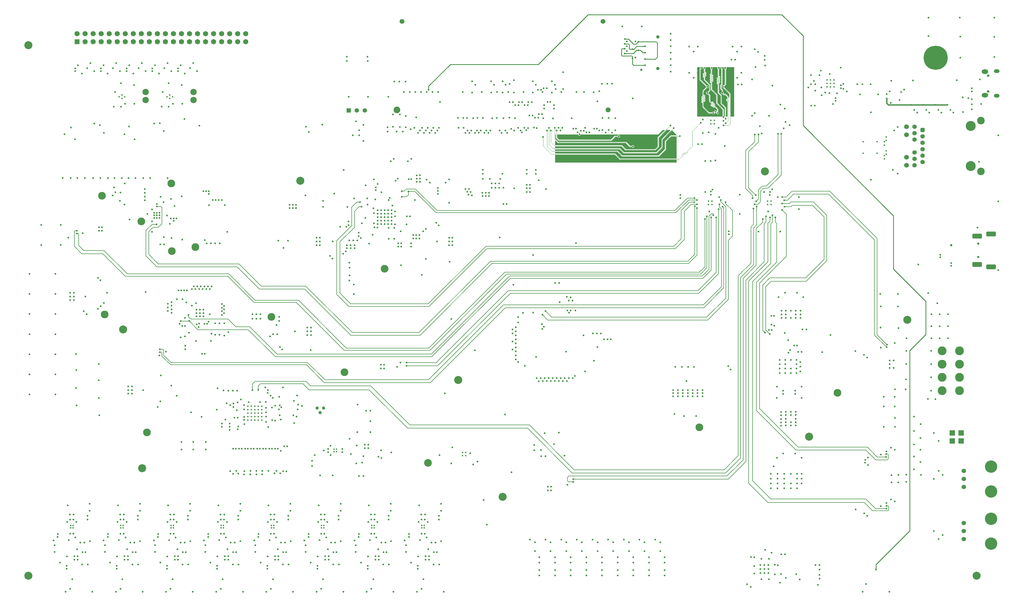
<source format=gbr>
%TF.GenerationSoftware,Altium Limited,Altium Designer,22.6.1 (34)*%
G04 Layer_Physical_Order=3*
G04 Layer_Color=16440176*
%FSLAX26Y26*%
%MOIN*%
%TF.SameCoordinates,08F94D22-2ED8-4738-ABBF-34BB79D8E07D*%
%TF.FilePolarity,Positive*%
%TF.FileFunction,Copper,L3,Inr,Signal*%
%TF.Part,Single*%
G01*
G75*
%TA.AperFunction,Conductor*%
%ADD12C,0.008701*%
%ADD113C,0.015748*%
%TA.AperFunction,ComponentPad*%
%ADD142R,0.067913X0.067913*%
%ADD143C,0.020000*%
%ADD144C,0.096457*%
%ADD145C,0.078740*%
%ADD146R,0.054685X0.054685*%
%ADD147C,0.054685*%
%ADD148C,0.031496*%
G04:AMPARAMS|DCode=149|XSize=57.087mil|YSize=78.74mil|CornerRadius=28.543mil|HoleSize=0mil|Usage=FLASHONLY|Rotation=90.000|XOffset=0mil|YOffset=0mil|HoleType=Round|Shape=RoundedRectangle|*
%AMROUNDEDRECTD149*
21,1,0.057087,0.021654,0,0,90.0*
21,1,0.000000,0.078740,0,0,90.0*
1,1,0.057087,0.010827,0.000000*
1,1,0.057087,0.010827,0.000000*
1,1,0.057087,-0.010827,0.000000*
1,1,0.057087,-0.010827,0.000000*
%
%ADD149ROUNDEDRECTD149*%
G04:AMPARAMS|DCode=150|XSize=45.276mil|YSize=70.866mil|CornerRadius=22.638mil|HoleSize=0mil|Usage=FLASHONLY|Rotation=90.000|XOffset=0mil|YOffset=0mil|HoleType=Round|Shape=RoundedRectangle|*
%AMROUNDEDRECTD150*
21,1,0.045276,0.025590,0,0,90.0*
21,1,0.000000,0.070866,0,0,90.0*
1,1,0.045276,0.012795,0.000000*
1,1,0.045276,0.012795,0.000000*
1,1,0.045276,-0.012795,0.000000*
1,1,0.045276,-0.012795,0.000000*
%
%ADD150ROUNDEDRECTD150*%
%ADD151C,0.055000*%
%ADD152C,0.154000*%
%ADD153C,0.064961*%
%ADD154R,0.064961X0.064961*%
%ADD155C,0.060000*%
G04:AMPARAMS|DCode=156|XSize=62.992mil|YSize=120.079mil|CornerRadius=15.748mil|HoleSize=0mil|Usage=FLASHONLY|Rotation=90.000|XOffset=0mil|YOffset=0mil|HoleType=Round|Shape=RoundedRectangle|*
%AMROUNDEDRECTD156*
21,1,0.062992,0.088583,0,0,90.0*
21,1,0.031496,0.120079,0,0,90.0*
1,1,0.031496,0.044291,0.015748*
1,1,0.031496,0.044291,-0.015748*
1,1,0.031496,-0.044291,-0.015748*
1,1,0.031496,-0.044291,0.015748*
%
%ADD156ROUNDEDRECTD156*%
%ADD157C,0.028543*%
%ADD158C,0.083000*%
%ADD159C,0.063000*%
%ADD160C,0.100000*%
%ADD161C,0.300000*%
%ADD162C,0.110000*%
%ADD163C,0.042520*%
%ADD164C,0.124016*%
%ADD165C,0.094488*%
%ADD166C,0.059843*%
%ADD167C,0.055118*%
G04:AMPARAMS|DCode=168|XSize=55.118mil|YSize=55.118mil|CornerRadius=13.78mil|HoleSize=0mil|Usage=FLASHONLY|Rotation=270.000|XOffset=0mil|YOffset=0mil|HoleType=Round|Shape=RoundedRectangle|*
%AMROUNDEDRECTD168*
21,1,0.055118,0.027559,0,0,270.0*
21,1,0.027559,0.055118,0,0,270.0*
1,1,0.027559,-0.013780,-0.013780*
1,1,0.027559,-0.013780,0.013780*
1,1,0.027559,0.013780,0.013780*
1,1,0.027559,0.013780,-0.013780*
%
%ADD168ROUNDEDRECTD168*%
%TA.AperFunction,ViaPad*%
%ADD169C,0.021654*%
%ADD170C,0.040000*%
%ADD171C,0.019000*%
%ADD172C,0.027559*%
%ADD173C,0.030000*%
%ADD174C,0.019685*%
%TA.AperFunction,Conductor*%
%ADD175C,0.004803*%
%ADD176C,0.009803*%
%ADD177C,0.007244*%
G36*
X9010712Y6777583D02*
X9009651Y6772244D01*
X9010879Y6766069D01*
X9014377Y6760834D01*
X9018241Y6758252D01*
Y6570915D01*
X8999958Y6552632D01*
X8995400Y6553538D01*
X8989224Y6552310D01*
X8983989Y6548812D01*
X8980491Y6543577D01*
X8980263Y6542430D01*
X8975263Y6542922D01*
Y6550811D01*
X8987817Y6563365D01*
X8989452Y6565813D01*
X8990027Y6568701D01*
X8990027Y6568701D01*
Y6758252D01*
X8993891Y6760834D01*
X8997389Y6766069D01*
X8998617Y6772244D01*
X8997555Y6777583D01*
X9000137Y6782583D01*
X9008131D01*
X9010712Y6777583D01*
D02*
G37*
G36*
X8750870D02*
X8749808Y6772244D01*
X8751036Y6766069D01*
X8754534Y6760834D01*
X8758398Y6758252D01*
Y6725394D01*
X8758253D01*
X8759402Y6719618D01*
X8761996Y6715736D01*
X8761595Y6714535D01*
X8758346Y6710881D01*
X8752571Y6709732D01*
X8747674Y6706460D01*
X8744402Y6701564D01*
X8743253Y6695788D01*
Y6695788D01*
Y6695788D01*
X8743253D01*
X8744402Y6690012D01*
X8747674Y6685115D01*
X8749356Y6683992D01*
Y6677978D01*
X8747674Y6676854D01*
X8744402Y6671958D01*
X8743253Y6666182D01*
Y6666182D01*
Y6666181D01*
X8743253D01*
X8744402Y6660406D01*
X8747674Y6655509D01*
X8752571Y6652238D01*
X8758102Y6651137D01*
X8758161Y6650996D01*
X8758398Y6650898D01*
Y6624606D01*
X8758973Y6621718D01*
X8760609Y6619270D01*
X8823950Y6555929D01*
Y6496945D01*
X8804834Y6477829D01*
X8800276Y6478735D01*
X8794100Y6477507D01*
X8788865Y6474009D01*
X8785367Y6468774D01*
X8784139Y6462599D01*
X8785367Y6456423D01*
X8788865Y6451188D01*
X8794100Y6447690D01*
X8800276Y6446462D01*
X8804833Y6447368D01*
X8821587Y6430614D01*
Y6358268D01*
X8822162Y6355380D01*
X8823798Y6352931D01*
X8836724Y6340005D01*
X8840157Y6336367D01*
X8840157Y6336367D01*
X8845054Y6333095D01*
X8849633Y6332184D01*
X8851334Y6328775D01*
X8851603Y6327082D01*
X8844388Y6319868D01*
X8844286Y6319970D01*
X8841014Y6315074D01*
X8839865Y6309298D01*
X8841014Y6303522D01*
X8844286Y6298626D01*
X8844285Y6298626D01*
X8844286Y6298625D01*
X8849183Y6295354D01*
X8854958Y6294205D01*
X8860734Y6295354D01*
X8863566Y6293813D01*
X8865387Y6292449D01*
X8866453Y6287091D01*
X8869724Y6282195D01*
X8869724Y6282195D01*
X8869724Y6282194D01*
X8874621Y6278923D01*
X8880397Y6277774D01*
X8886173Y6278923D01*
X8891069Y6282194D01*
X8891827Y6282014D01*
X8896136Y6280593D01*
X8922031Y6254698D01*
Y6236789D01*
X8917031Y6235272D01*
X8914660Y6238821D01*
X8909425Y6242319D01*
X8903249Y6243547D01*
X8897074Y6242319D01*
X8891839Y6238821D01*
X8888341Y6233586D01*
X8887292Y6228314D01*
X8884439Y6226379D01*
X8882378Y6225585D01*
X8881018Y6226493D01*
X8874843Y6227722D01*
X8868667Y6226493D01*
X8863432Y6222995D01*
X8860850Y6219131D01*
X8825399D01*
X8755578Y6288953D01*
Y6335355D01*
X8755723D01*
X8754574Y6341130D01*
X8751980Y6345013D01*
X8753188Y6348626D01*
X8754195Y6350013D01*
X8761024D01*
Y6349868D01*
X8766799Y6351017D01*
X8771696Y6354288D01*
X8774968Y6359185D01*
X8776117Y6364961D01*
Y6364961D01*
Y6364961D01*
X8776117D01*
X8774968Y6370737D01*
X8771696Y6375633D01*
X8770014Y6376757D01*
Y6382771D01*
X8771696Y6383895D01*
X8774968Y6388791D01*
X8776117Y6394567D01*
Y6394567D01*
Y6394567D01*
X8776117D01*
X8774968Y6400343D01*
X8771696Y6405239D01*
X8769362Y6406799D01*
X8769245Y6412734D01*
X8770392Y6413501D01*
X8773664Y6418397D01*
X8774813Y6424173D01*
Y6424173D01*
Y6424173D01*
X8774813D01*
X8773664Y6429949D01*
X8770392Y6434846D01*
X8765496Y6438117D01*
X8759720Y6439266D01*
X8759720Y6439266D01*
X8755578Y6441338D01*
Y6482032D01*
X8769321Y6495775D01*
X8795718Y6522171D01*
X8800276Y6521265D01*
X8806451Y6522493D01*
X8811686Y6525991D01*
X8815184Y6531226D01*
X8816412Y6537402D01*
X8815184Y6543577D01*
X8811686Y6548812D01*
X8806451Y6552310D01*
X8800276Y6553538D01*
X8795718Y6552632D01*
X8717783Y6630567D01*
Y6751975D01*
X8722638Y6756107D01*
X8728813Y6757336D01*
X8734048Y6760834D01*
X8737546Y6766069D01*
X8738775Y6772244D01*
X8737713Y6777583D01*
X8740294Y6782583D01*
X8748289D01*
X8750870Y6777583D01*
D02*
G37*
G36*
X8980491Y6531226D02*
X8983989Y6525991D01*
X8989224Y6522493D01*
X8995400Y6521265D01*
X8999958Y6522171D01*
X9075131Y6446998D01*
Y6405668D01*
X9070131Y6402996D01*
X9070067Y6403038D01*
X9064536Y6404139D01*
X9064477Y6404280D01*
X9064239Y6404378D01*
Y6414566D01*
X9064239Y6414567D01*
X9063665Y6417455D01*
X9062029Y6419903D01*
X9062029Y6419903D01*
X9034470Y6447462D01*
X9032022Y6449098D01*
X9029134Y6449672D01*
X9011197D01*
X9002829Y6458041D01*
X9003735Y6462599D01*
X9002507Y6468774D01*
X8999009Y6474009D01*
X8995145Y6476591D01*
Y6497047D01*
X8994571Y6499935D01*
X8992935Y6502383D01*
X8975263Y6520055D01*
Y6531881D01*
X8980263Y6532373D01*
X8980491Y6531226D01*
D02*
G37*
G36*
X8837484Y6777583D02*
X8836422Y6772244D01*
X8837650Y6766069D01*
X8841149Y6760834D01*
X8845013Y6758252D01*
Y6704773D01*
X8844775Y6704674D01*
X8844699Y6704490D01*
X8839381Y6703432D01*
X8834484Y6700161D01*
X8831212Y6695264D01*
X8830063Y6689489D01*
Y6689489D01*
Y6689488D01*
X8830063D01*
X8831212Y6683712D01*
X8834484Y6678816D01*
X8836068Y6677757D01*
Y6671744D01*
X8834288Y6670555D01*
X8831016Y6665658D01*
X8829867Y6659882D01*
Y6659882D01*
Y6659882D01*
X8829868D01*
X8831016Y6654106D01*
X8834288Y6649210D01*
X8835970Y6648086D01*
Y6642072D01*
X8834288Y6640948D01*
X8831016Y6636052D01*
X8829867Y6630276D01*
Y6630276D01*
Y6630276D01*
X8829868D01*
X8831016Y6624500D01*
X8834288Y6619604D01*
X8835970Y6618480D01*
Y6612466D01*
X8834288Y6611342D01*
X8831016Y6606446D01*
X8829867Y6600670D01*
Y6600670D01*
Y6600669D01*
X8829868D01*
X8831016Y6594894D01*
X8834288Y6589997D01*
X8839185Y6586726D01*
X8844716Y6585625D01*
X8844775Y6585484D01*
X8845013Y6585386D01*
Y6504528D01*
X8845587Y6501640D01*
X8847223Y6499191D01*
X8910957Y6435457D01*
Y6334646D01*
X8911532Y6331758D01*
X8913168Y6329310D01*
X8991928Y6250549D01*
Y6173717D01*
X8988065Y6171135D01*
X8986359Y6168583D01*
X8677789D01*
X8674256Y6172121D01*
X8675087Y6782583D01*
X8704981D01*
X8707563Y6777583D01*
X8706501Y6772244D01*
X8707408Y6767686D01*
X8704900Y6765178D01*
X8703264Y6762730D01*
X8702690Y6759842D01*
Y6627441D01*
X8703264Y6624553D01*
X8704900Y6622105D01*
X8785045Y6541959D01*
X8784139Y6537402D01*
X8785045Y6532844D01*
X8758649Y6506447D01*
X8742695Y6490494D01*
X8741059Y6488046D01*
X8740485Y6485158D01*
Y6438976D01*
X8740340D01*
X8741489Y6433200D01*
X8744083Y6429318D01*
X8743684Y6428126D01*
X8740456Y6424463D01*
X8734681Y6423314D01*
X8729784Y6420042D01*
X8726512Y6415146D01*
X8725363Y6409370D01*
Y6409370D01*
Y6409370D01*
X8725363D01*
X8726512Y6403594D01*
X8729784Y6398698D01*
X8731466Y6397574D01*
Y6391560D01*
X8729784Y6390436D01*
X8726512Y6385540D01*
X8725363Y6379764D01*
Y6379764D01*
Y6379764D01*
X8725363D01*
X8726512Y6373988D01*
X8729784Y6369091D01*
X8731466Y6367967D01*
Y6361954D01*
X8729784Y6360830D01*
X8726512Y6355934D01*
X8725363Y6350158D01*
Y6350158D01*
Y6350157D01*
X8725363D01*
X8726512Y6344382D01*
X8729784Y6339485D01*
X8734681Y6336213D01*
X8740187Y6335118D01*
X8740247Y6334972D01*
X8740485Y6334873D01*
Y6285827D01*
X8741059Y6282939D01*
X8742695Y6280491D01*
X8816937Y6206249D01*
X8819385Y6204613D01*
X8822273Y6204038D01*
X8860850D01*
X8863432Y6200175D01*
X8868667Y6196676D01*
X8874843Y6195448D01*
X8881018Y6196676D01*
X8886253Y6200175D01*
X8889751Y6205410D01*
X8890800Y6210681D01*
X8893653Y6212616D01*
X8895714Y6213411D01*
X8897074Y6212502D01*
X8903249Y6211274D01*
X8908736Y6212365D01*
X8910701Y6211541D01*
X8913655Y6209315D01*
X8914669Y6204216D01*
X8918168Y6198981D01*
X8923403Y6195483D01*
X8929578Y6194254D01*
X8935753Y6195483D01*
X8940988Y6198981D01*
X8944487Y6204216D01*
X8945715Y6210391D01*
X8944487Y6216566D01*
X8940988Y6221802D01*
X8937124Y6224383D01*
Y6257824D01*
X8936550Y6260712D01*
X8934914Y6263160D01*
X8906763Y6291311D01*
X8903372Y6294907D01*
X8903372Y6294908D01*
X8898475Y6298179D01*
X8894886Y6298893D01*
X8892736Y6303569D01*
X8894578Y6306637D01*
X8894578Y6306637D01*
X8897849Y6311534D01*
X8898998Y6317310D01*
X8897849Y6323086D01*
X8894578Y6327983D01*
X8894577Y6327983D01*
X8894577Y6327983D01*
X8889681Y6331254D01*
X8883905Y6332403D01*
X8881921Y6332008D01*
X8877669Y6336261D01*
X8878063Y6338245D01*
X8876915Y6344021D01*
X8873643Y6348917D01*
X8873643Y6348918D01*
X8873642Y6348917D01*
X8868746Y6352189D01*
X8862970Y6353338D01*
X8857195Y6352189D01*
X8852298Y6348917D01*
X8847842Y6350232D01*
X8836680Y6361394D01*
Y6433740D01*
X8836106Y6436628D01*
X8834470Y6439076D01*
X8815506Y6458041D01*
X8816412Y6462599D01*
X8815506Y6467156D01*
X8836832Y6488483D01*
X8836832Y6488483D01*
X8838468Y6490931D01*
X8839043Y6493819D01*
X8839043Y6493819D01*
Y6559055D01*
X8838468Y6561943D01*
X8836832Y6564391D01*
X8773491Y6627732D01*
Y6651379D01*
X8773636D01*
X8772487Y6657154D01*
X8769894Y6661037D01*
X8770295Y6662237D01*
X8773543Y6665892D01*
X8779319Y6667041D01*
X8784216Y6670312D01*
X8787487Y6675209D01*
X8788637Y6680985D01*
Y6680985D01*
Y6680985D01*
X8788637D01*
X8787487Y6686761D01*
X8784216Y6691657D01*
X8782534Y6692781D01*
Y6698795D01*
X8784216Y6699919D01*
X8787487Y6704815D01*
X8788637Y6710591D01*
Y6710591D01*
Y6710591D01*
X8788637D01*
X8787487Y6716367D01*
X8784216Y6721264D01*
X8779319Y6724535D01*
X8773788Y6725636D01*
X8773729Y6725777D01*
X8773491Y6725875D01*
Y6758252D01*
X8777355Y6760834D01*
X8780853Y6766069D01*
X8782082Y6772244D01*
X8781020Y6777583D01*
X8783601Y6782583D01*
X8834903D01*
X8837484Y6777583D01*
D02*
G37*
G36*
X9133758Y6168583D02*
X9090224D01*
Y6450124D01*
X9089649Y6453012D01*
X9088013Y6455460D01*
X9010630Y6532844D01*
X9011537Y6537402D01*
X9010630Y6541959D01*
X9031124Y6562453D01*
X9032760Y6564901D01*
X9033334Y6567789D01*
Y6758252D01*
X9037198Y6760834D01*
X9040696Y6766069D01*
X9041924Y6772244D01*
X9040862Y6777583D01*
X9043444Y6782583D01*
X9133758D01*
Y6168583D01*
D02*
G37*
G36*
X8967405Y6777583D02*
X8966344Y6772244D01*
X8967572Y6766069D01*
X8971070Y6760834D01*
X8974934Y6758252D01*
Y6571827D01*
X8962380Y6559273D01*
X8960744Y6556825D01*
X8960170Y6553937D01*
Y6516929D01*
X8960744Y6514041D01*
X8962380Y6511593D01*
X8980052Y6493921D01*
Y6476591D01*
X8976188Y6474009D01*
X8972690Y6468774D01*
X8971462Y6462599D01*
X8972690Y6456423D01*
X8976188Y6451188D01*
X8981423Y6447690D01*
X8987599Y6446462D01*
X8992156Y6447368D01*
X9002735Y6436790D01*
X9005183Y6435154D01*
X9008071Y6434579D01*
X9026008D01*
X9049146Y6411441D01*
Y6403897D01*
X9049001D01*
X9050150Y6398121D01*
X9051404Y6396245D01*
X9049931Y6390563D01*
X9047817Y6389384D01*
Y6389384D01*
X9042041Y6388235D01*
X9037145Y6384963D01*
X9033873Y6380067D01*
X9032724Y6374291D01*
Y6374291D01*
Y6374291D01*
X9032724D01*
X9033873Y6368515D01*
X9037145Y6363618D01*
X9042041Y6360347D01*
X9047817Y6359198D01*
Y6359198D01*
X9049931Y6358019D01*
X9051404Y6352337D01*
X9050150Y6350461D01*
X9049001Y6344685D01*
X9049146D01*
Y6331004D01*
Y6168583D01*
X9034226D01*
Y6278438D01*
X9033652Y6281326D01*
X9032016Y6283775D01*
X8982350Y6333441D01*
Y6429134D01*
X8981775Y6432022D01*
X8980139Y6434470D01*
X8946720Y6467890D01*
Y6570119D01*
X8946865D01*
X8945716Y6575894D01*
X8943122Y6579777D01*
X8943523Y6580977D01*
X8946772Y6584632D01*
X8952548Y6585781D01*
X8957444Y6589052D01*
X8960716Y6593949D01*
X8961865Y6599725D01*
Y6599725D01*
Y6599725D01*
X8961865D01*
X8960716Y6605501D01*
X8957444Y6610397D01*
X8955762Y6611521D01*
Y6617535D01*
X8957444Y6618658D01*
X8960716Y6623555D01*
X8961865Y6629331D01*
Y6629331D01*
Y6629331D01*
X8961865D01*
X8960716Y6635107D01*
X8957444Y6640003D01*
X8955664Y6641193D01*
Y6647206D01*
X8957248Y6648265D01*
X8960520Y6653161D01*
X8961669Y6658937D01*
Y6658937D01*
Y6658937D01*
X8961669D01*
X8960520Y6664713D01*
X8957248Y6669610D01*
X8952352Y6672881D01*
X8947033Y6673939D01*
X8946957Y6674123D01*
X8946720Y6674221D01*
Y6693701D01*
Y6758252D01*
X8950584Y6760834D01*
X8954082Y6766069D01*
X8955310Y6772244D01*
X8954248Y6777583D01*
X8956830Y6782583D01*
X8964824D01*
X8967405Y6777583D01*
D02*
G37*
G36*
X8924098D02*
X8923036Y6772244D01*
X8924265Y6766069D01*
X8927763Y6760834D01*
X8931627Y6758252D01*
Y6693701D01*
Y6673740D01*
X8931482D01*
X8932631Y6667964D01*
X8935225Y6664082D01*
X8934872Y6663027D01*
X8931975Y6659227D01*
X8926200Y6658078D01*
X8921303Y6654806D01*
X8918031Y6649910D01*
X8916882Y6644134D01*
Y6644134D01*
Y6644134D01*
X8916882D01*
X8918031Y6638358D01*
X8921303Y6633462D01*
X8922785Y6632471D01*
Y6626458D01*
X8920902Y6625200D01*
X8917631Y6620304D01*
X8916481Y6614528D01*
Y6614528D01*
Y6614528D01*
X8916482D01*
X8917631Y6608752D01*
X8920902Y6603855D01*
X8922584Y6602731D01*
Y6596718D01*
X8920902Y6595594D01*
X8917631Y6590698D01*
X8916481Y6584922D01*
Y6584922D01*
Y6584921D01*
X8916482D01*
X8917631Y6579146D01*
X8920902Y6574249D01*
X8925799Y6570977D01*
X8931331Y6569877D01*
X8931389Y6569736D01*
X8931627Y6569637D01*
Y6464764D01*
X8932201Y6461876D01*
X8933837Y6459428D01*
X8967257Y6426008D01*
Y6330315D01*
X8967831Y6327427D01*
X8969467Y6324979D01*
X9019133Y6275312D01*
Y6168583D01*
X9012591D01*
X9010885Y6171135D01*
X9007021Y6173717D01*
Y6253675D01*
X9006447Y6256563D01*
X9004811Y6259011D01*
X8926050Y6337772D01*
Y6438583D01*
X8925476Y6441471D01*
X8923840Y6443919D01*
X8860105Y6507654D01*
Y6585867D01*
X8860251D01*
X8859102Y6591642D01*
X8856508Y6595525D01*
X8856909Y6596725D01*
X8860157Y6600380D01*
X8865933Y6601529D01*
X8870830Y6604800D01*
X8874102Y6609697D01*
X8875251Y6615473D01*
Y6615473D01*
Y6615473D01*
X8875251D01*
X8874102Y6621249D01*
X8870830Y6626145D01*
X8869148Y6627269D01*
Y6633283D01*
X8870830Y6634407D01*
X8874102Y6639303D01*
X8875251Y6645079D01*
Y6645079D01*
Y6645079D01*
X8875251D01*
X8874102Y6650855D01*
X8870830Y6655752D01*
X8868965Y6656997D01*
Y6663011D01*
X8870465Y6664013D01*
X8873736Y6668909D01*
X8874885Y6674685D01*
Y6674685D01*
Y6674685D01*
X8874885D01*
X8873736Y6680461D01*
X8870465Y6685358D01*
X8865568Y6688629D01*
X8859792Y6689778D01*
X8856865Y6693566D01*
X8856508Y6694633D01*
X8859102Y6698516D01*
X8860251Y6704291D01*
X8860105D01*
Y6758252D01*
X8863969Y6760834D01*
X8867468Y6766069D01*
X8868696Y6772244D01*
X8867634Y6777583D01*
X8870215Y6782583D01*
X8921517D01*
X8924098Y6777583D01*
D02*
G37*
G36*
X8268202Y5995778D02*
X8183640Y5911217D01*
X8182004Y5908769D01*
X8181430Y5905881D01*
Y5795252D01*
X8147662Y5761484D01*
X7788953D01*
X7743525Y5806911D01*
X7741077Y5808547D01*
X7738189Y5809121D01*
X6905488D01*
X6905118Y5809491D01*
Y5865078D01*
X6909738Y5866992D01*
X6938758Y5837971D01*
X6941206Y5836335D01*
X6944094Y5835761D01*
X7784275D01*
X7831278Y5788758D01*
X7833726Y5787122D01*
X7836614Y5786548D01*
X7836615Y5786548D01*
X7860023D01*
X7862605Y5782684D01*
X7867840Y5779186D01*
X7874016Y5777958D01*
X7880191Y5779186D01*
X7885426Y5782684D01*
X7888924Y5787919D01*
X7890153Y5794095D01*
X7888924Y5800270D01*
X7885426Y5805505D01*
X7880191Y5809003D01*
X7874016Y5810231D01*
X7867840Y5809003D01*
X7862605Y5805505D01*
X7860023Y5801641D01*
X7839740D01*
X7792738Y5848643D01*
X7790289Y5850279D01*
X7787401Y5850854D01*
X6947220D01*
X6907226Y5890848D01*
Y5942656D01*
X6915524D01*
Y5902126D01*
X6916099Y5899238D01*
X6917735Y5896790D01*
X6948601Y5865923D01*
X6951049Y5864288D01*
X6953937Y5863713D01*
X7600787Y5863713D01*
X7603675Y5864288D01*
X7606123Y5865924D01*
X7653323Y5913123D01*
X7682628D01*
X7685210Y5909259D01*
X7690445Y5905761D01*
X7696620Y5904533D01*
X7702795Y5905761D01*
X7708030Y5909259D01*
X7711529Y5914494D01*
X7712757Y5920670D01*
X7711529Y5926845D01*
X7708030Y5932080D01*
X7702795Y5935578D01*
X7696620Y5936806D01*
X7690445Y5935578D01*
X7685210Y5932080D01*
X7682628Y5928216D01*
X7650198D01*
X7650197Y5928216D01*
X7647309Y5927642D01*
X7644861Y5926006D01*
X7644861Y5926006D01*
X7597661Y5878806D01*
X6957063Y5878806D01*
X6930617Y5905252D01*
Y5942656D01*
X7190671D01*
X7191256Y5939712D01*
X7194754Y5934477D01*
X7199989Y5930979D01*
X7206165Y5929751D01*
X7212340Y5930979D01*
X7217575Y5934477D01*
X7221073Y5939712D01*
X7221659Y5942656D01*
X8187144D01*
X8244886Y6000398D01*
X8266288D01*
X8268202Y5995778D01*
D02*
G37*
G36*
X8339468D02*
X8232065Y5888376D01*
X8230430Y5885927D01*
X8229855Y5883039D01*
Y5789740D01*
X8162622Y5722507D01*
X7764937D01*
X7715966Y5771478D01*
X7713518Y5773114D01*
X7710630Y5773688D01*
X6905118Y5773688D01*
Y5794028D01*
X7735063D01*
X7780491Y5748601D01*
X7782939Y5746965D01*
X7785827Y5746391D01*
X8150787D01*
X8153675Y5746965D01*
X8156124Y5748601D01*
X8194313Y5786790D01*
X8195949Y5789238D01*
X8196523Y5792126D01*
Y5902755D01*
X8294166Y6000398D01*
X8337555D01*
X8339468Y5995778D01*
D02*
G37*
G36*
X8363570Y5993519D02*
X8416929Y5939466D01*
Y5932743D01*
X8346063D01*
X8343175Y5932169D01*
X8340727Y5930533D01*
X8274585Y5864391D01*
X8272949Y5861943D01*
X8272375Y5859055D01*
Y5762968D01*
X8191756Y5682350D01*
X7744465D01*
X7688013Y5738801D01*
X7685565Y5740437D01*
X7682677Y5741011D01*
X6905118D01*
Y5758595D01*
X7707504Y5758595D01*
X7756475Y5709624D01*
X7758923Y5707989D01*
X7761811Y5707414D01*
X8165748D01*
X8168636Y5707989D01*
X8171084Y5709624D01*
X8242738Y5781278D01*
X8244374Y5783726D01*
X8244948Y5786614D01*
Y5879914D01*
X8358570Y5993535D01*
X8363570Y5993519D01*
D02*
G37*
G36*
X8416929Y5644161D02*
X7717299D01*
X7657698Y5703761D01*
X7655250Y5705397D01*
X7652362Y5705972D01*
X6905118D01*
Y5725918D01*
X7679551D01*
X7736002Y5669467D01*
X7738451Y5667831D01*
X7741339Y5667257D01*
X8194882D01*
X8197770Y5667831D01*
X8200218Y5669467D01*
X8285257Y5754506D01*
X8286893Y5756955D01*
X8287468Y5759842D01*
Y5855929D01*
X8349189Y5917650D01*
X8416929D01*
Y5644161D01*
D02*
G37*
G36*
X7708837Y5631278D02*
X7708837Y5631278D01*
X7711285Y5629642D01*
X7714173Y5629068D01*
X7714174Y5629068D01*
X8416929D01*
Y5595283D01*
X6905118D01*
Y5690879D01*
X7649236D01*
X7708837Y5631278D01*
D02*
G37*
D12*
X6694094Y6818110D02*
X7313780Y7437795D01*
X9728346D01*
X9992520Y6056693D02*
Y7173622D01*
X5328713Y6500039D02*
Y6546036D01*
X9728346Y7437795D02*
X9992520Y7173622D01*
X11118110Y4266929D02*
X11520866Y3864173D01*
X11321654Y3250000D02*
X11520866Y3449213D01*
Y3864173D01*
X11118110Y4266929D02*
Y4931102D01*
X5328713Y6546036D02*
X5600787Y6818110D01*
X6694094Y6818110D01*
X9992520Y6056693D02*
X11118110Y4931102D01*
X11321654Y1003937D02*
Y3250000D01*
X10900000Y582284D02*
X11321654Y1003937D01*
X10900000Y520236D02*
Y582284D01*
D113*
X11033000Y6333536D02*
X11053701Y6312835D01*
X11033000Y6333536D02*
Y6392441D01*
X11639960Y6312835D02*
X11789960D01*
X11489960D02*
X11639960D01*
X11339960D02*
X11489960D01*
X11053701D02*
X11339960D01*
D142*
X11850000Y2125000D02*
D03*
Y2225000D02*
D03*
X11960000Y2125000D02*
D03*
Y2225000D02*
D03*
D143*
X4619500Y1039500D02*
D03*
Y1070500D02*
D03*
X4650500Y1039500D02*
D03*
Y1070500D02*
D03*
X5244500Y1039500D02*
D03*
Y1070500D02*
D03*
X5275500Y1039500D02*
D03*
Y1070500D02*
D03*
X3369500Y1039500D02*
D03*
Y1070500D02*
D03*
X3400500Y1039500D02*
D03*
Y1070500D02*
D03*
X869500Y1039500D02*
D03*
Y1070500D02*
D03*
X900500Y1039500D02*
D03*
Y1070500D02*
D03*
X4180500Y1989500D02*
D03*
X4149500D02*
D03*
X4180500Y2020500D02*
D03*
X4149500D02*
D03*
X4025500Y1070500D02*
D03*
Y1039500D02*
D03*
X3994500Y1070500D02*
D03*
Y1039500D02*
D03*
X2775500Y1070500D02*
D03*
Y1039500D02*
D03*
X2744500Y1070500D02*
D03*
Y1039500D02*
D03*
X2150500Y1070500D02*
D03*
Y1039500D02*
D03*
X2119500Y1070500D02*
D03*
Y1039500D02*
D03*
X1525500Y1070500D02*
D03*
Y1039500D02*
D03*
X1494500Y1070500D02*
D03*
Y1039500D02*
D03*
D144*
X1295000Y3700000D02*
D03*
X1750000Y4860000D02*
D03*
X1260000Y5180000D02*
D03*
X2130000Y4490000D02*
D03*
X2425000Y4540000D02*
D03*
X2125000Y5335000D02*
D03*
X8700000Y2295000D02*
D03*
X10420000Y2725000D02*
D03*
X5320000Y1850000D02*
D03*
X1820000Y2230000D02*
D03*
X4280000Y2980000D02*
D03*
X4780000Y4270000D02*
D03*
X3370000Y3670000D02*
D03*
D145*
X1805000Y6473071D02*
D03*
Y6373071D02*
D03*
X2400000Y6473071D02*
D03*
Y6373071D02*
D03*
D146*
X4335000Y6245236D02*
D03*
D147*
X4435000D02*
D03*
X4535000D02*
D03*
D148*
X12297165Y6678425D02*
D03*
Y6481575D02*
D03*
D149*
X12255827Y6433346D02*
D03*
Y6726654D02*
D03*
D150*
X12405433Y6427441D02*
D03*
Y6732559D02*
D03*
D151*
X11995000Y1750000D02*
D03*
Y1650000D02*
D03*
Y1550000D02*
D03*
Y1100000D02*
D03*
Y1000000D02*
D03*
Y900000D02*
D03*
D152*
X12335000Y1805000D02*
D03*
Y1495000D02*
D03*
Y1155000D02*
D03*
Y845000D02*
D03*
D153*
X3050000Y7200000D02*
D03*
Y7100000D02*
D03*
X2950000Y7200000D02*
D03*
Y7100000D02*
D03*
X2850000Y7200000D02*
D03*
Y7100000D02*
D03*
X2750000Y7200000D02*
D03*
Y7100000D02*
D03*
X2650000Y7200000D02*
D03*
Y7100000D02*
D03*
X2550000Y7200000D02*
D03*
Y7100000D02*
D03*
X2450000Y7200000D02*
D03*
Y7100000D02*
D03*
X2350000Y7200000D02*
D03*
Y7100000D02*
D03*
X2250000Y7200000D02*
D03*
Y7100000D02*
D03*
X2150000Y7200000D02*
D03*
Y7100000D02*
D03*
X2050000Y7200000D02*
D03*
Y7100000D02*
D03*
X1950000Y7200000D02*
D03*
Y7100000D02*
D03*
X1850000Y7200000D02*
D03*
Y7100000D02*
D03*
X1750000Y7200000D02*
D03*
Y7100000D02*
D03*
X1650000Y7200000D02*
D03*
Y7100000D02*
D03*
X1550000Y7200000D02*
D03*
Y7100000D02*
D03*
X1450000Y7200000D02*
D03*
Y7100000D02*
D03*
X1350000Y7200000D02*
D03*
Y7100000D02*
D03*
X1250000Y7200000D02*
D03*
Y7100000D02*
D03*
X1150000Y7200000D02*
D03*
Y7100000D02*
D03*
X1050000Y7200000D02*
D03*
Y7100000D02*
D03*
X950000Y7200000D02*
D03*
D154*
Y7100000D02*
D03*
D155*
X7502000Y7352000D02*
D03*
X4998000D02*
D03*
D156*
X12335000Y4705000D02*
D03*
Y4295000D02*
D03*
X12160000Y4323000D02*
D03*
Y4677000D02*
D03*
D157*
X12175748Y4417323D02*
D03*
Y4582677D02*
D03*
D158*
X4934961Y6250000D02*
D03*
D159*
X7564961D02*
D03*
D160*
X344488Y7058268D02*
D03*
Y444094D02*
D03*
X9517717Y5483465D02*
D03*
X3730315Y5365354D02*
D03*
X11289370Y3633071D02*
D03*
X5698819Y2885039D02*
D03*
X1525591Y3514961D02*
D03*
X10068898Y2176378D02*
D03*
X6250000Y1428347D02*
D03*
X1761811Y1782677D02*
D03*
X12155512Y444094D02*
D03*
D161*
X11643701Y6900787D02*
D03*
D162*
X11723465Y2750000D02*
D03*
Y2915354D02*
D03*
Y3080709D02*
D03*
Y3246063D02*
D03*
X11940000D02*
D03*
Y3080709D02*
D03*
Y2915354D02*
D03*
Y2750000D02*
D03*
D163*
X8183858Y7160630D02*
D03*
Y6766929D02*
D03*
D164*
X12081260Y5550000D02*
D03*
Y6050000D02*
D03*
D165*
X12206457Y6117520D02*
D03*
Y5482480D02*
D03*
D166*
X11281260Y5939764D02*
D03*
Y5660236D02*
D03*
Y6039764D02*
D03*
Y5560236D02*
D03*
D167*
X11381260Y5879724D02*
D03*
Y5720276D02*
D03*
Y5959646D02*
D03*
Y5640354D02*
D03*
Y6039567D02*
D03*
Y5560433D02*
D03*
X11481260Y5839961D02*
D03*
Y5760039D02*
D03*
Y5680118D02*
D03*
Y5919882D02*
D03*
Y5600197D02*
D03*
D168*
Y5999803D02*
D03*
D169*
X6892126Y2082284D02*
D03*
X6773622Y2220472D02*
D03*
X7019291Y1941339D02*
D03*
X6644488Y2074016D02*
D03*
X6727559Y2008661D02*
D03*
X6645669Y2006299D02*
D03*
X6783465Y1933465D02*
D03*
X6729528Y1933858D02*
D03*
X5105118Y6011811D02*
D03*
X4332283Y4812992D02*
D03*
X4830000Y4781890D02*
D03*
X4691725Y4782099D02*
D03*
X6444409Y3601535D02*
D03*
X9515276Y6924109D02*
D03*
Y6874808D02*
D03*
X10925984Y6444095D02*
D03*
X11907480Y6620472D02*
D03*
X11359843Y6618504D02*
D03*
X11091339Y6613779D02*
D03*
X10701575Y6444095D02*
D03*
X9003543Y6404724D02*
D03*
X8944488Y6403937D02*
D03*
X8893307Y6402756D02*
D03*
X8854331Y6403150D02*
D03*
X8803543Y6402362D02*
D03*
X8802362Y6273228D02*
D03*
X8755512Y6233858D02*
D03*
X7009842Y5628346D02*
D03*
X8145276Y5917717D02*
D03*
X8343307Y5826772D02*
D03*
X8341339Y5731102D02*
D03*
X8361811Y5958268D02*
D03*
X8062205Y5866535D02*
D03*
X7950787Y5866142D02*
D03*
X7698032Y5868110D02*
D03*
X7516929Y5899213D02*
D03*
Y5637008D02*
D03*
X7354331Y5902362D02*
D03*
Y5822835D02*
D03*
X7346063Y5670472D02*
D03*
X7011417Y5898819D02*
D03*
X6931496Y5823228D02*
D03*
X7086221Y5821260D02*
D03*
X7088189Y5671654D02*
D03*
X6929134Y5671260D02*
D03*
X5589764Y4358268D02*
D03*
X6385039Y4071260D02*
D03*
X6631102Y4441732D02*
D03*
X3859843Y3257874D02*
D03*
X945276Y2567716D02*
D03*
X938976Y2784648D02*
D03*
X940158Y3005905D02*
D03*
X938583Y3207874D02*
D03*
X1220866Y3082677D02*
D03*
X1222441Y2880709D02*
D03*
X1221260Y2659451D02*
D03*
X1227559Y2442520D02*
D03*
X2396063Y2108661D02*
D03*
X2249724D02*
D03*
Y2017362D02*
D03*
X2396063D02*
D03*
X2555669Y2108661D02*
D03*
Y2017362D02*
D03*
X11548819Y2646063D02*
D03*
X11640945Y2645276D02*
D03*
X11095276Y1698425D02*
D03*
X11094488Y1606299D02*
D03*
X11179921Y1699606D02*
D03*
X11179134Y1607480D02*
D03*
X11277165Y1612992D02*
D03*
X11277953Y1705118D02*
D03*
X11458268Y2334437D02*
D03*
X11372559Y1771018D02*
D03*
X11452756Y1861811D02*
D03*
X11372559Y1929198D02*
D03*
X11453543Y2012598D02*
D03*
X11372559Y2081888D02*
D03*
X11453151Y2160158D02*
D03*
X11372559Y2245562D02*
D03*
Y2427910D02*
D03*
X11459843Y1701181D02*
D03*
X11138976Y2301575D02*
D03*
X10997244Y2300000D02*
D03*
X11138189Y2408661D02*
D03*
X11136614Y2767323D02*
D03*
X11271260Y2768110D02*
D03*
X11272835Y2890551D02*
D03*
X11134252Y2554134D02*
D03*
Y2673228D02*
D03*
X10997913Y2554134D02*
D03*
Y2673228D02*
D03*
X11278740Y3082677D02*
D03*
X11070175Y3080709D02*
D03*
X11119175Y3126798D02*
D03*
X11070175Y3032848D02*
D03*
Y3126798D02*
D03*
X11119175Y3032848D02*
D03*
X11275984Y3246457D02*
D03*
X11281102Y3402756D02*
D03*
X11179921Y3529921D02*
D03*
X10957480Y3535433D02*
D03*
X11175197Y3798819D02*
D03*
X10961811Y3799213D02*
D03*
X10952756Y3957087D02*
D03*
X11175197Y3955905D02*
D03*
X11664567Y3841339D02*
D03*
X11550787Y3966929D02*
D03*
X11590551Y3402362D02*
D03*
Y3553543D02*
D03*
Y3704724D02*
D03*
X11694094D02*
D03*
Y3553543D02*
D03*
Y3402362D02*
D03*
X11797638D02*
D03*
Y3553543D02*
D03*
Y3704724D02*
D03*
X4332283Y4859189D02*
D03*
X503150Y4566535D02*
D03*
Y4816929D02*
D03*
X746063Y4566538D02*
D03*
Y4816929D02*
D03*
X358661Y3955905D02*
D03*
Y4206299D02*
D03*
Y3705512D02*
D03*
Y3455118D02*
D03*
Y3204724D02*
D03*
Y2954331D02*
D03*
Y2703937D02*
D03*
X681102D02*
D03*
Y2954328D02*
D03*
Y3204720D02*
D03*
Y3455111D02*
D03*
Y3705503D02*
D03*
Y4206285D02*
D03*
Y3955894D02*
D03*
X3458870Y4619908D02*
D03*
X3577771D02*
D03*
X3520866Y4531496D02*
D03*
X6281496Y2453937D02*
D03*
X6013779Y1387795D02*
D03*
X6054331Y1081496D02*
D03*
X6951968Y2227559D02*
D03*
X6360630Y1733465D02*
D03*
X5531102Y2716929D02*
D03*
X5902756Y3252362D02*
D03*
X5610630Y3643701D02*
D03*
X7162598Y4590551D02*
D03*
X6213779Y4659842D02*
D03*
X2536197Y3584867D02*
D03*
X2603428Y3705079D02*
D03*
X2470116Y3585730D02*
D03*
X2442151Y3575849D02*
D03*
X2893000Y2028071D02*
D03*
X2927000D02*
D03*
X9907874Y463740D02*
D03*
X9344488Y675788D02*
D03*
X9383858Y672047D02*
D03*
X9521417Y767126D02*
D03*
X9600787Y731890D02*
D03*
X9292913Y335827D02*
D03*
X9340500Y304673D02*
D03*
X9703543Y356693D02*
D03*
X9777559Y416535D02*
D03*
X9639291Y461417D02*
D03*
Y581890D02*
D03*
X9567052Y654134D02*
D03*
X9475792D02*
D03*
X9475788Y398701D02*
D03*
X9567047D02*
D03*
X9383858Y470945D02*
D03*
Y562205D02*
D03*
X9677165Y574803D02*
D03*
X9560787Y477205D02*
D03*
X9462362Y477205D02*
D03*
X9560787Y575630D02*
D03*
X9462362Y575630D02*
D03*
Y526418D02*
D03*
X9560787Y526417D02*
D03*
X9511575Y526417D02*
D03*
Y575630D02*
D03*
Y477205D02*
D03*
X8390000Y2460150D02*
D03*
X8510000Y2432008D02*
D03*
X8660000D02*
D03*
X6639646Y6030256D02*
D03*
X2940897Y2506320D02*
D03*
X9764173Y6265984D02*
D03*
X9709803Y6315354D02*
D03*
X10413954Y6457365D02*
D03*
X11699213Y4443898D02*
D03*
Y4412402D02*
D03*
X3567009Y2056111D02*
D03*
X3532009D02*
D03*
X3418000Y2028071D02*
D03*
X3452000D02*
D03*
X5624409Y2042913D02*
D03*
X7057154Y1577136D02*
D03*
X5610000Y1843727D02*
D03*
X5464646Y1947480D02*
D03*
X2700000Y2779088D02*
D03*
X2775000Y2754821D02*
D03*
X2835000Y2750884D02*
D03*
X2890000D02*
D03*
X2945000D02*
D03*
X1053896Y3925000D02*
D03*
X3234646Y3645748D02*
D03*
Y3702756D02*
D03*
X3183858D02*
D03*
Y3645748D02*
D03*
X3133071Y3702756D02*
D03*
Y3645756D02*
D03*
X1803543Y3979449D02*
D03*
X2212500Y4001787D02*
D03*
X2247500D02*
D03*
X2282500D02*
D03*
X2317500D02*
D03*
X6765984Y6268504D02*
D03*
X6765980Y6310236D02*
D03*
X6891335D02*
D03*
X6891339Y6268504D02*
D03*
X10058868Y6530000D02*
D03*
X10126898Y6610000D02*
D03*
X10090000Y6685000D02*
D03*
X7874016Y5794095D02*
D03*
X8735772Y5824766D02*
D03*
X8688700D02*
D03*
X7696620Y5920670D02*
D03*
X8456611Y5925197D02*
D03*
X8379559Y6025197D02*
D03*
X8341559Y6058463D02*
D03*
X7770829Y6955000D02*
D03*
Y7015000D02*
D03*
X8023268Y6806498D02*
D03*
X9045518Y6733078D02*
D03*
Y6657834D02*
D03*
X9002677D02*
D03*
X8959000Y6733078D02*
D03*
X8895000Y6665075D02*
D03*
X8902344Y5949217D02*
D03*
X8939803Y6025348D02*
D03*
X9000227Y6056260D02*
D03*
X9026329Y6083898D02*
D03*
X9026680Y6138947D02*
D03*
X8999475Y6159724D02*
D03*
X8929578Y6210391D02*
D03*
X8874843Y6211585D02*
D03*
X8718110Y6090168D02*
D03*
X8745630Y6129528D02*
D03*
X6911268Y6510433D02*
D03*
X1602756Y4883071D02*
D03*
X4342339Y4121963D02*
D03*
X4344504Y4282179D02*
D03*
Y4187179D02*
D03*
X4396701Y4074679D02*
D03*
Y3954679D02*
D03*
X1995278Y2941063D02*
D03*
X3516651Y1745623D02*
D03*
X3434527Y1749183D02*
D03*
X2582362Y4049296D02*
D03*
X4270000Y5499000D02*
D03*
X4895000Y5639022D02*
D03*
X5115307Y5641422D02*
D03*
X2402500Y4049296D02*
D03*
X2079271Y3787500D02*
D03*
X5789095Y5962599D02*
D03*
X2079271Y3742500D02*
D03*
X2753067Y3830000D02*
D03*
X2780994Y3762500D02*
D03*
X2753067Y3785000D02*
D03*
X2780994Y3717500D02*
D03*
X3355431Y3427255D02*
D03*
X6005356Y5503390D02*
D03*
Y5452480D02*
D03*
X6091535Y5389961D02*
D03*
X6005354D02*
D03*
X7206165Y5945888D02*
D03*
X8900043Y5621799D02*
D03*
X8842456Y5613390D02*
D03*
X8775473D02*
D03*
X1011850Y6703974D02*
D03*
X960170Y6807402D02*
D03*
X6584409Y6178823D02*
D03*
X6623692D02*
D03*
X5092756Y6473309D02*
D03*
X5021890D02*
D03*
X5163623D02*
D03*
X1164232Y6732599D02*
D03*
X1118150Y6834880D02*
D03*
X6653765Y6154217D02*
D03*
X6694119D02*
D03*
X4572609Y6415000D02*
D03*
X1596975Y6041984D02*
D03*
X1280170Y6807402D02*
D03*
X1331850Y6703974D02*
D03*
X6701989Y6196539D02*
D03*
X6742343D02*
D03*
X6565191Y6309925D02*
D03*
X6524837D02*
D03*
X4826549Y6415000D02*
D03*
X5470434Y6350680D02*
D03*
X1484232Y6732599D02*
D03*
X6336165Y6346146D02*
D03*
X1438150Y6834880D02*
D03*
X6391835Y6467855D02*
D03*
X6320991Y6473315D02*
D03*
X6336643Y6575197D02*
D03*
X1651850Y6703974D02*
D03*
X1600170Y6807402D02*
D03*
X6454265Y6346146D02*
D03*
X6391614Y6620957D02*
D03*
X6494620Y6346146D02*
D03*
X6447091Y6309925D02*
D03*
X6406737D02*
D03*
X2287933Y6136685D02*
D03*
X1912000Y6080000D02*
D03*
X1980000Y6084599D02*
D03*
X1804232Y6732599D02*
D03*
X1758150Y6834880D02*
D03*
X6512460Y6473315D02*
D03*
X1971850Y6703974D02*
D03*
X1920170Y6807402D02*
D03*
X6572365Y6346146D02*
D03*
X2124232Y6732599D02*
D03*
X6612720Y6346146D02*
D03*
X2078150Y6834880D02*
D03*
X6628065Y6467880D02*
D03*
X6627835Y6606339D02*
D03*
X6729983Y6501823D02*
D03*
X2291850Y6703974D02*
D03*
X6690700Y6501823D02*
D03*
X2240170Y6807402D02*
D03*
X6665152Y6562480D02*
D03*
X6761040Y6519539D02*
D03*
X6801395D02*
D03*
X2255000Y6561000D02*
D03*
X2358180Y6770000D02*
D03*
X2444232Y6732599D02*
D03*
X2398150Y6834880D02*
D03*
X5806994Y6150162D02*
D03*
X5759750D02*
D03*
X5695073Y6149914D02*
D03*
X5812717Y5994095D02*
D03*
X5836339Y5962599D02*
D03*
X5860157Y5994095D02*
D03*
X5884010Y6145841D02*
D03*
X5907396Y5962288D02*
D03*
X5931018Y5993783D02*
D03*
X5954640Y5965447D02*
D03*
X5978262Y5993783D02*
D03*
X6025506Y5962288D02*
D03*
X6049128Y5993783D02*
D03*
X6072750Y5962288D02*
D03*
X6096372Y5993783D02*
D03*
X6120000Y6146744D02*
D03*
X6755000Y5911953D02*
D03*
X6828813Y6025398D02*
D03*
X6804961Y5994538D02*
D03*
X6852205Y5994449D02*
D03*
X6875827Y6143628D02*
D03*
X6899679Y6025398D02*
D03*
X6923071Y5994449D02*
D03*
X6946923Y6025398D02*
D03*
X6970315Y5994723D02*
D03*
X6994167Y6025398D02*
D03*
X7112047Y6148036D02*
D03*
X6376520Y6346146D02*
D03*
X4465136Y5997480D02*
D03*
X4003578Y6067559D02*
D03*
X3799468Y6039685D02*
D03*
X3837500Y5972963D02*
D03*
X4465136Y5932480D02*
D03*
X4384864Y5932520D02*
D03*
X4425000Y6108238D02*
D03*
X4518342Y5865000D02*
D03*
Y6065000D02*
D03*
X8344449Y7200000D02*
D03*
X2474803Y6054685D02*
D03*
X6757961Y6145336D02*
D03*
X6249921Y6606339D02*
D03*
X6287239Y6562480D02*
D03*
X6250152Y6467880D02*
D03*
X6108189Y6606339D02*
D03*
X6108420Y6467880D02*
D03*
X6145507Y6562480D02*
D03*
X4335000Y6415008D02*
D03*
X5305315Y6473309D02*
D03*
X5328713Y6500039D02*
D03*
X6982351Y6473315D02*
D03*
X6746151D02*
D03*
X6179271D02*
D03*
X5990311D02*
D03*
X5754111D02*
D03*
X2208781Y6732677D02*
D03*
Y6767323D02*
D03*
X1888781Y6732677D02*
D03*
Y6767323D02*
D03*
X2038180Y6770000D02*
D03*
X1568781Y6732677D02*
D03*
Y6767323D02*
D03*
X1718180Y6770000D02*
D03*
X1248781Y6732677D02*
D03*
Y6767323D02*
D03*
X1398180Y6770000D02*
D03*
X1078180D02*
D03*
X928781Y6767323D02*
D03*
Y6732677D02*
D03*
X11586068Y3246063D02*
D03*
Y3080709D02*
D03*
Y2915354D02*
D03*
Y2750000D02*
D03*
X4133795Y4610000D02*
D03*
X8643315Y5050988D02*
D03*
X2587761Y3611211D02*
D03*
X2833000Y3481535D02*
D03*
X2242089Y3618202D02*
D03*
X2348661Y3618898D02*
D03*
X2228596Y3584646D02*
D03*
X2260236Y3556798D02*
D03*
X2294882D02*
D03*
X2337822Y3694235D02*
D03*
X2295236Y3658189D02*
D03*
X6784646Y3743075D02*
D03*
X9508332Y5225756D02*
D03*
X9408429Y5109532D02*
D03*
X9719803Y5953386D02*
D03*
X9679961Y5952894D02*
D03*
X9389764Y5942913D02*
D03*
X9438661D02*
D03*
X9364173Y5151393D02*
D03*
X9404331Y5187220D02*
D03*
X10900000Y520236D02*
D03*
X6845388Y6350766D02*
D03*
X6811934D02*
D03*
X9749174Y6020866D02*
D03*
X9824044Y6060236D02*
D03*
X9774044Y6100709D02*
D03*
X9478189Y5958273D02*
D03*
X9452598Y6047069D02*
D03*
X9391181Y6211748D02*
D03*
X9358632Y6175709D02*
D03*
X9568346D02*
D03*
X11837992Y4307480D02*
D03*
Y4338976D02*
D03*
X11427116Y4323238D02*
D03*
X5157874Y5127480D02*
D03*
X3515000Y2791874D02*
D03*
X7131873Y1647558D02*
D03*
X11032019Y1281184D02*
D03*
X10800000Y1917125D02*
D03*
X9717751Y2314789D02*
D03*
Y2354159D02*
D03*
X9895000Y1966573D02*
D03*
X9745000D02*
D03*
X9667168Y1914134D02*
D03*
X9840000Y1712000D02*
D03*
X9940984Y5014173D02*
D03*
X9516142Y3474409D02*
D03*
X11085000Y6336535D02*
D03*
X7389162Y6017930D02*
D03*
X7425412D02*
D03*
X7294682Y5970158D02*
D03*
X7330932D02*
D03*
X9018009Y5800000D02*
D03*
X7223822Y5989842D02*
D03*
X7260072D02*
D03*
X7183249Y5969567D02*
D03*
X7129342Y6018071D02*
D03*
X7165592D02*
D03*
X7277356Y6028272D02*
D03*
X7454600Y5993331D02*
D03*
X4979359Y4738533D02*
D03*
X5244319Y4195120D02*
D03*
X4588583Y4582520D02*
D03*
X4342339Y4347395D02*
D03*
X4483232Y4652520D02*
D03*
X4982598Y4314000D02*
D03*
X9717933Y464173D02*
D03*
X3861024Y607087D02*
D03*
X5303000Y920000D02*
D03*
X5221000Y887000D02*
D03*
X5195000Y530000D02*
D03*
X5111024Y607087D02*
D03*
X8214133Y750473D02*
D03*
X8268779Y607973D02*
D03*
X8149999Y892992D02*
D03*
X8214133Y860473D02*
D03*
X8268779Y673189D02*
D03*
Y512973D02*
D03*
Y447756D02*
D03*
X6903779Y673189D02*
D03*
Y607973D02*
D03*
X6849134Y750473D02*
D03*
X6654134D02*
D03*
X6708779Y607973D02*
D03*
Y673189D02*
D03*
X7488779Y607973D02*
D03*
X7098779D02*
D03*
Y673189D02*
D03*
X7293779D02*
D03*
Y607973D02*
D03*
X7488779Y673189D02*
D03*
X6708779Y512973D02*
D03*
X7293779D02*
D03*
X7434134Y750473D02*
D03*
X7044134D02*
D03*
X7239134D02*
D03*
X7488779Y512973D02*
D03*
X7098779D02*
D03*
X6903779D02*
D03*
X7683779Y673189D02*
D03*
X7878779Y512973D02*
D03*
Y447756D02*
D03*
X7683779Y607973D02*
D03*
X7878779Y673189D02*
D03*
Y607973D02*
D03*
X7683779Y512973D02*
D03*
X7629134Y750473D02*
D03*
X8073779Y673189D02*
D03*
Y607973D02*
D03*
Y512973D02*
D03*
X8019134Y750473D02*
D03*
X7824133D02*
D03*
X7488779Y447756D02*
D03*
X7683779D02*
D03*
X6903779D02*
D03*
X6708779D02*
D03*
X7098779D02*
D03*
X7293779D02*
D03*
X8073779D02*
D03*
X7239134Y860473D02*
D03*
X7175000Y892992D02*
D03*
X7044134Y860473D02*
D03*
X7434134D02*
D03*
X6785000Y892992D02*
D03*
X6980000D02*
D03*
X6590000D02*
D03*
X6654134Y860473D02*
D03*
X6849134D02*
D03*
X7824133D02*
D03*
X7759999Y892992D02*
D03*
X7565000D02*
D03*
X7370000D02*
D03*
X7629134Y860473D02*
D03*
X8019134D02*
D03*
X7955000Y892992D02*
D03*
X9767275Y710669D02*
D03*
X9720433D02*
D03*
X9951575Y396417D02*
D03*
X10146575Y577126D02*
D03*
X10198740Y454134D02*
D03*
Y577126D02*
D03*
Y407197D02*
D03*
Y518701D02*
D03*
X10176884Y328733D02*
D03*
X4015000Y5118491D02*
D03*
X4858506Y5608622D02*
D03*
X5199049Y5962288D02*
D03*
X4155000Y5205905D02*
D03*
X4015000Y5043866D02*
D03*
X5069912Y5608622D02*
D03*
X1775628Y2758583D02*
D03*
X3133786Y2756992D02*
D03*
X3205989Y2759028D02*
D03*
X3300621Y2610113D02*
D03*
X3227984Y2608608D02*
D03*
X3086251D02*
D03*
X3030779Y2571614D02*
D03*
Y2517244D02*
D03*
X2690810Y2515043D02*
D03*
X2815000Y2592520D02*
D03*
X2537402Y4049296D02*
D03*
X2627323D02*
D03*
X2492441D02*
D03*
X2447500D02*
D03*
X2897309Y2548378D02*
D03*
X2858354Y2569311D02*
D03*
X2897136Y2589441D02*
D03*
X2950740Y2604470D02*
D03*
X2991981Y2640033D02*
D03*
X4226849Y4792480D02*
D03*
X4545000Y5311496D02*
D03*
X3650000Y2625256D02*
D03*
X6238090Y5962288D02*
D03*
X3749606Y2558740D02*
D03*
X6214482Y5993783D02*
D03*
X6261705Y6147528D02*
D03*
X6285333Y5993783D02*
D03*
X6308953Y5962599D02*
D03*
X5866150Y5182921D02*
D03*
X5852150Y5226921D02*
D03*
X5999079Y5218146D02*
D03*
X5999535Y5177882D02*
D03*
X6040401Y5218146D02*
D03*
X6040394Y5177882D02*
D03*
X6491527Y5968671D02*
D03*
X5542120Y5342480D02*
D03*
X5585000Y5384409D02*
D03*
X5345725Y5342480D02*
D03*
X5305000Y5381263D02*
D03*
X5445000Y5240000D02*
D03*
Y5202598D02*
D03*
Y5277402D02*
D03*
X5585000Y5094882D02*
D03*
X6260000Y5076614D02*
D03*
X6301181D02*
D03*
X6550158Y5503386D02*
D03*
Y5452480D02*
D03*
X6790085Y5264161D02*
D03*
X6702093Y5373153D02*
D03*
X6665748Y5452480D02*
D03*
Y5503386D02*
D03*
X6550145Y5227074D02*
D03*
Y5272480D02*
D03*
Y5318170D02*
D03*
X6589495Y5227074D02*
D03*
Y5272480D02*
D03*
Y5318170D02*
D03*
X6395214Y5272480D02*
D03*
X6206040Y5332539D02*
D03*
X6260000Y5281162D02*
D03*
X6206040D02*
D03*
X6159724D02*
D03*
X6159705Y5332539D02*
D03*
X6113370Y5281162D02*
D03*
Y5332539D02*
D03*
X6222441Y5389961D02*
D03*
X6246863Y5452480D02*
D03*
X6081722Y5218146D02*
D03*
Y5177882D02*
D03*
X5824150Y5192921D02*
D03*
X5809150Y5230921D02*
D03*
X5786900Y5263921D02*
D03*
X5830150D02*
D03*
X5180996Y5393883D02*
D03*
X5221260Y5352790D02*
D03*
X5180996D02*
D03*
X5221260Y5394112D02*
D03*
Y5435433D02*
D03*
X5180996Y5434977D02*
D03*
X4539628Y4905158D02*
D03*
X4646434Y4963762D02*
D03*
X4641533Y5023268D02*
D03*
X4495079Y5042953D02*
D03*
X4566508Y5069459D02*
D03*
X4475591Y5100394D02*
D03*
X5434747Y4610000D02*
D03*
X5624495Y4655690D02*
D03*
Y4610000D02*
D03*
Y4564593D02*
D03*
X5585145D02*
D03*
Y4655690D02*
D03*
Y4610000D02*
D03*
X4951575Y4545748D02*
D03*
Y4587795D02*
D03*
X4988976Y4545748D02*
D03*
Y4587795D02*
D03*
X5111417Y4545748D02*
D03*
Y4587795D02*
D03*
X5213228Y4647323D02*
D03*
X5213228Y4689370D02*
D03*
X5175197Y4647323D02*
D03*
X5137165D02*
D03*
X5175197Y4689370D02*
D03*
X5137165D02*
D03*
X5423622Y4842905D02*
D03*
X5452854Y4810000D02*
D03*
X5262095Y4737480D02*
D03*
X5295000Y4766713D02*
D03*
Y4394988D02*
D03*
X3596553Y5025591D02*
D03*
X3596097Y5065855D02*
D03*
X3637419D02*
D03*
X3678740Y5025591D02*
D03*
Y5065855D02*
D03*
X3637647Y5025591D02*
D03*
X3795000Y5182480D02*
D03*
X4316535Y5040000D02*
D03*
X4401033Y5147520D02*
D03*
X4562846D02*
D03*
X4664173Y5132087D02*
D03*
X3935505Y4655407D02*
D03*
X3974855D02*
D03*
Y4564310D02*
D03*
X3935505D02*
D03*
Y4610000D02*
D03*
X3974855D02*
D03*
X4102146Y4429606D02*
D03*
X4131870Y4397095D02*
D03*
X4303438Y4792480D02*
D03*
X4457610Y4720197D02*
D03*
Y4678197D02*
D03*
X4440852Y4623346D02*
D03*
X4340000Y4623343D02*
D03*
X4390426Y4623346D02*
D03*
X4297905Y4488012D02*
D03*
X4265394Y4458287D02*
D03*
X4309173Y4527354D02*
D03*
Y4564520D02*
D03*
X4497598Y4835315D02*
D03*
X4648819D02*
D03*
X4655042Y4787778D02*
D03*
X4830000Y4642913D02*
D03*
X4900000D02*
D03*
Y4781890D02*
D03*
X5053847Y4825000D02*
D03*
X4909488D02*
D03*
X5058504Y4925000D02*
D03*
X5096417D02*
D03*
X4909488D02*
D03*
X4909488Y4985000D02*
D03*
X6505000Y3719045D02*
D03*
X6528552Y3061851D02*
D03*
X6356193Y6013882D02*
D03*
X6392709Y5992662D02*
D03*
X6474293Y5993783D02*
D03*
X6568773Y6023400D02*
D03*
X6545153Y5995571D02*
D03*
X6445406Y6028228D02*
D03*
X6521535Y6028543D02*
D03*
X3690133Y2691406D02*
D03*
X3467021Y2674733D02*
D03*
X3302559Y2537795D02*
D03*
Y2481890D02*
D03*
Y2426772D02*
D03*
X3360351Y2688225D02*
D03*
X3387477Y2659206D02*
D03*
X3418738Y2564488D02*
D03*
X3377309Y2541136D02*
D03*
X3473504Y2568110D02*
D03*
X3465354Y2516929D02*
D03*
X3495000Y2544823D02*
D03*
X3696347Y2517452D02*
D03*
X3704773Y2575965D02*
D03*
X3683071Y2426772D02*
D03*
X3472748Y2442913D02*
D03*
X3644748Y2442512D02*
D03*
X3486413Y2389118D02*
D03*
X3653150Y2348425D02*
D03*
X3417716Y2377559D02*
D03*
X3381836Y2383224D02*
D03*
X4445000Y2576000D02*
D03*
X1296280Y740000D02*
D03*
Y825000D02*
D03*
X2084646Y1320000D02*
D03*
X4605000Y2500000D02*
D03*
X6415394Y3139990D02*
D03*
Y3190020D02*
D03*
X2200000Y774000D02*
D03*
X1921280Y740000D02*
D03*
X4440000Y2235000D02*
D03*
X4605000D02*
D03*
X2709646Y1320000D02*
D03*
X3608980Y1340000D02*
D03*
X3876338Y1809610D02*
D03*
X3911423Y1947348D02*
D03*
X4605000Y2369000D02*
D03*
X4765000Y583481D02*
D03*
X6850000Y2868622D02*
D03*
X5936785Y1867520D02*
D03*
X6800000Y2868622D02*
D03*
X6700000Y2868605D02*
D03*
X6750000Y2868622D02*
D03*
X3610000Y872853D02*
D03*
X4865000Y1980295D02*
D03*
X4630000Y4692520D02*
D03*
X4358228Y4564520D02*
D03*
X4407283D02*
D03*
X4358228Y4527354D02*
D03*
X4407283D02*
D03*
X2531607Y885000D02*
D03*
X4406607D02*
D03*
X2895533Y1714781D02*
D03*
X2857648Y1746159D02*
D03*
X2125732Y2812086D02*
D03*
X1987126Y2616102D02*
D03*
X2189732Y2688583D02*
D03*
X1952803Y2548583D02*
D03*
X2297717Y3310709D02*
D03*
X1980906Y3229764D02*
D03*
X2056760Y3238268D02*
D03*
X1980912Y3266466D02*
D03*
X2297732Y3266260D02*
D03*
X1974997Y3189055D02*
D03*
X1586705Y2712893D02*
D03*
X1633556Y2803989D02*
D03*
Y2712893D02*
D03*
Y2758583D02*
D03*
X1586705Y2803989D02*
D03*
Y2758583D02*
D03*
X3193000Y2028071D02*
D03*
X3227000D02*
D03*
X3268000D02*
D03*
X3302000D02*
D03*
X3976032Y1695000D02*
D03*
X3343000Y2028071D02*
D03*
X3377000D02*
D03*
X4519035Y1687500D02*
D03*
X4462404D02*
D03*
X3152000Y2028071D02*
D03*
X3118000D02*
D03*
X3077000D02*
D03*
X3043000D02*
D03*
X3002000D02*
D03*
X2968000D02*
D03*
X5151805Y6026875D02*
D03*
X5045061Y6173199D02*
D03*
X2030000Y5988386D02*
D03*
X1540503Y5947813D02*
D03*
X1668858Y5883857D02*
D03*
X1285000Y5962795D02*
D03*
X1235000Y6059008D02*
D03*
X1164712Y6080000D02*
D03*
X923858Y5883857D02*
D03*
X872561Y6030002D02*
D03*
X795503Y5947813D02*
D03*
X2260000Y6327008D02*
D03*
X2092205Y6582000D02*
D03*
X2018000Y6473071D02*
D03*
X2002614Y6290244D02*
D03*
X2143386Y6327000D02*
D03*
X2092205Y6290236D02*
D03*
X1497205D02*
D03*
X1548386Y6327000D02*
D03*
X1407614Y6290244D02*
D03*
X1423000Y6473071D02*
D03*
X1660000Y6561000D02*
D03*
X1497205Y6582000D02*
D03*
X1665000Y6327008D02*
D03*
X10090433Y6569142D02*
D03*
X10145559Y6490606D02*
D03*
Y6569393D02*
D03*
X10095000Y6303000D02*
D03*
X10139000D02*
D03*
X10225000Y6435000D02*
D03*
X10462953Y6557162D02*
D03*
Y6521728D02*
D03*
X10493228Y6573027D02*
D03*
Y6513442D02*
D03*
X10462400Y6778433D02*
D03*
X10214345Y6740000D02*
D03*
X10325079Y6697849D02*
D03*
X10198000Y6685000D02*
D03*
X10222439Y6531260D02*
D03*
X10266102Y6467911D02*
D03*
X10365000Y6322521D02*
D03*
X10397898Y6362677D02*
D03*
X10397913Y6397323D02*
D03*
X10322000Y6460787D02*
D03*
X10536864Y6479700D02*
D03*
X1020027Y4714685D02*
D03*
X911823Y3925000D02*
D03*
X864973D02*
D03*
Y3879310D02*
D03*
Y3970407D02*
D03*
X911823Y3879310D02*
D03*
Y3970407D02*
D03*
X1242126Y4127480D02*
D03*
X1210000Y4156841D02*
D03*
X1325000Y3970000D02*
D03*
X1071459Y3703670D02*
D03*
X1035366Y3740183D02*
D03*
X1209952Y3770409D02*
D03*
X1245118Y3802520D02*
D03*
X1285559Y3845000D02*
D03*
X2625000Y3461000D02*
D03*
X2725000Y3447000D02*
D03*
X2670000Y3447008D02*
D03*
X2785000Y3438160D02*
D03*
X3445000Y3454961D02*
D03*
X3390000D02*
D03*
X3476847Y3292520D02*
D03*
X3505000Y3263159D02*
D03*
X3467992Y3671694D02*
D03*
X3467995Y3618715D02*
D03*
X3863044Y3535407D02*
D03*
Y3444310D02*
D03*
X3816194Y3535407D02*
D03*
Y3444310D02*
D03*
Y3490000D02*
D03*
X3863044D02*
D03*
X3665015D02*
D03*
X3435000Y3570000D02*
D03*
X5055236Y3061000D02*
D03*
X5054732Y3100315D02*
D03*
X4936332Y3047816D02*
D03*
X4733015Y3026213D02*
D03*
X4772739Y3026090D02*
D03*
X4733015Y3072323D02*
D03*
X4772739D02*
D03*
X4977165Y3100315D02*
D03*
X2933205Y1748647D02*
D03*
X2958526Y1717269D02*
D03*
X3032519Y1748200D02*
D03*
X3031055Y1706217D02*
D03*
X3112012Y1749041D02*
D03*
X3108784Y1707058D02*
D03*
X3185272Y1750699D02*
D03*
X3185311Y1707058D02*
D03*
X3256443Y1749674D02*
D03*
X3255668Y1708174D02*
D03*
X3334238Y1749862D02*
D03*
X3408626Y1718918D02*
D03*
X3480000Y1719138D02*
D03*
X3486508Y1999685D02*
D03*
X3556645Y1742963D02*
D03*
X4502000Y1855000D02*
D03*
X4135389Y1695000D02*
D03*
X3876338Y1877624D02*
D03*
X1081614Y1145000D02*
D03*
Y1190000D02*
D03*
X1108980Y1255000D02*
D03*
Y1340000D02*
D03*
X834646Y1320000D02*
D03*
X1706614Y1145000D02*
D03*
Y1190000D02*
D03*
X1733980Y1255000D02*
D03*
Y1340000D02*
D03*
X1459646Y1320000D02*
D03*
X2331614Y1145000D02*
D03*
Y1190000D02*
D03*
X2358980Y1255000D02*
D03*
Y1340000D02*
D03*
X2956614Y1145000D02*
D03*
Y1190000D02*
D03*
X2983980Y1255000D02*
D03*
Y1340000D02*
D03*
X3581614Y1145000D02*
D03*
Y1190000D02*
D03*
X3608980Y1255000D02*
D03*
X3334646Y1320000D02*
D03*
X4206614Y1145000D02*
D03*
Y1190000D02*
D03*
X4233980Y1255000D02*
D03*
Y1340000D02*
D03*
X3959646Y1320000D02*
D03*
X4831614Y1145000D02*
D03*
Y1190000D02*
D03*
X4858980Y1255000D02*
D03*
Y1340000D02*
D03*
X4584646Y1320000D02*
D03*
X5209646D02*
D03*
X5483980Y1340000D02*
D03*
Y1255000D02*
D03*
X5456614Y1190000D02*
D03*
Y1145000D02*
D03*
X1085000Y582627D02*
D03*
X1015000Y583481D02*
D03*
X1110000Y872853D02*
D03*
X1040000Y856941D02*
D03*
X990000D02*
D03*
X820000Y565321D02*
D03*
X736024Y607087D02*
D03*
X671280Y740000D02*
D03*
Y825000D02*
D03*
X709134Y926431D02*
D03*
X709606Y965000D02*
D03*
X1710000Y582627D02*
D03*
X1640000Y583481D02*
D03*
X1735000Y872853D02*
D03*
X1665000Y856941D02*
D03*
X1615000D02*
D03*
X1445000Y565321D02*
D03*
X1361024Y607087D02*
D03*
X1334134Y926431D02*
D03*
X1334606Y965000D02*
D03*
X2335000Y582627D02*
D03*
X2265000Y583481D02*
D03*
X2360000Y872853D02*
D03*
X2290000Y856941D02*
D03*
X2240000D02*
D03*
X2070000Y565321D02*
D03*
X1986024Y607087D02*
D03*
X1921280Y825000D02*
D03*
X1959134Y926431D02*
D03*
X1959606Y965000D02*
D03*
X2960000Y582627D02*
D03*
X2890000Y583481D02*
D03*
X2985000Y872853D02*
D03*
X2915000Y856941D02*
D03*
X2865000D02*
D03*
X2695000Y565321D02*
D03*
X2611024Y607087D02*
D03*
X2546280Y740000D02*
D03*
Y825000D02*
D03*
X2584134Y926431D02*
D03*
X2584606Y965000D02*
D03*
X3585000Y582627D02*
D03*
X3515000Y583481D02*
D03*
X3540000Y856941D02*
D03*
X3490000D02*
D03*
X3320000Y565321D02*
D03*
X3236024Y607087D02*
D03*
X3171280Y740000D02*
D03*
Y825000D02*
D03*
X3209134Y926431D02*
D03*
X3209606Y965000D02*
D03*
X4210000Y582627D02*
D03*
X4140000Y583481D02*
D03*
X4235000Y872853D02*
D03*
X4165000Y856941D02*
D03*
X4115000D02*
D03*
X3945000Y565321D02*
D03*
X3796280Y740000D02*
D03*
Y825000D02*
D03*
X3834134Y926431D02*
D03*
X3834606Y965000D02*
D03*
X4835000Y582627D02*
D03*
X4860000Y872853D02*
D03*
X4790000Y856941D02*
D03*
X4740000D02*
D03*
X4570000Y565321D02*
D03*
X4486024Y607087D02*
D03*
X4421280Y740000D02*
D03*
Y825000D02*
D03*
X4459134Y926431D02*
D03*
X4459606Y965000D02*
D03*
X656607Y885000D02*
D03*
X1281607D02*
D03*
X1906607D02*
D03*
X3156607D02*
D03*
X3781607D02*
D03*
X5031607D02*
D03*
X5084606Y965000D02*
D03*
X5084134Y926431D02*
D03*
X5046280Y825000D02*
D03*
Y740000D02*
D03*
X823000Y685000D02*
D03*
X1448000D02*
D03*
X2073000D02*
D03*
X2698000D02*
D03*
X3323000D02*
D03*
X3948000D02*
D03*
X4573000D02*
D03*
X5198000D02*
D03*
X5195000Y565321D02*
D03*
X5365000Y856941D02*
D03*
X5415000D02*
D03*
X5485000Y872853D02*
D03*
X5390000Y583481D02*
D03*
X5460000Y582627D02*
D03*
X7005000Y6721743D02*
D03*
X6901333Y6562480D02*
D03*
X6864016Y6606339D02*
D03*
X6864246Y6467880D02*
D03*
X5909286Y6562480D02*
D03*
X5871968Y6606339D02*
D03*
X5872199Y6467880D02*
D03*
X4884992Y6039099D02*
D03*
Y6192795D02*
D03*
X4970000Y6035433D02*
D03*
Y6192795D02*
D03*
X5045000Y6032578D02*
D03*
X5700748Y6028268D02*
D03*
X5765709D02*
D03*
X5937520Y6150039D02*
D03*
X6002480D02*
D03*
X6177078Y6149760D02*
D03*
X6332520Y6154122D02*
D03*
X6403425Y6147528D02*
D03*
X6673098Y6025104D02*
D03*
X7532480Y5967017D02*
D03*
X7493997Y6000028D02*
D03*
X7612520Y5967017D02*
D03*
X7493983Y6150915D02*
D03*
X7569984Y6000406D02*
D03*
X7570000Y6150269D02*
D03*
X7655000Y5998082D02*
D03*
Y6147945D02*
D03*
X5885000Y1831214D02*
D03*
X9765984Y3970707D02*
D03*
X9688152Y3918283D02*
D03*
X9915984Y3970707D02*
D03*
X9993832Y3918268D02*
D03*
X10960500Y3285755D02*
D03*
X9722717Y3700000D02*
D03*
Y3655787D02*
D03*
Y3746339D02*
D03*
X9961811Y3700000D02*
D03*
Y3655787D02*
D03*
Y3746339D02*
D03*
X9778858D02*
D03*
X9900906D02*
D03*
Y3655787D02*
D03*
X9778858D02*
D03*
X9840000D02*
D03*
Y3746339D02*
D03*
X9900906Y3700000D02*
D03*
X9778858D02*
D03*
X11036386Y3324685D02*
D03*
X11033200Y3292151D02*
D03*
X11133594Y3344370D02*
D03*
X10751781Y3196378D02*
D03*
X10790000Y3163487D02*
D03*
X10645380Y3243622D02*
D03*
X9632000Y3684000D02*
D03*
X9598000D02*
D03*
X9633000Y3561307D02*
D03*
X9598000Y3575000D02*
D03*
X9601000Y3507000D02*
D03*
X9566000D02*
D03*
X9579000Y3456658D02*
D03*
X9765000Y3470000D02*
D03*
X10033000Y3513000D02*
D03*
X9985000D02*
D03*
X10334000Y3442000D02*
D03*
X10230000Y3230000D02*
D03*
X9975252Y3233685D02*
D03*
X9932252D02*
D03*
X9881560Y3312000D02*
D03*
X9916000D02*
D03*
X9807000Y3379000D02*
D03*
X9830000Y3258000D02*
D03*
X9811000Y3222000D02*
D03*
X9959000Y3050000D02*
D03*
Y3107000D02*
D03*
Y2991000D02*
D03*
X9910000Y3080333D02*
D03*
Y3135000D02*
D03*
Y3025667D02*
D03*
Y2971000D02*
D03*
X9700000Y3080333D02*
D03*
Y3135000D02*
D03*
Y3025667D02*
D03*
Y2971000D02*
D03*
X9840000Y3135000D02*
D03*
Y3025667D02*
D03*
Y2971000D02*
D03*
X9770000D02*
D03*
Y3025667D02*
D03*
Y3135000D02*
D03*
Y3080333D02*
D03*
X11032019Y1314192D02*
D03*
X11087598Y1394165D02*
D03*
X11133594Y1369370D02*
D03*
X11032019Y1349685D02*
D03*
X10959747Y1310334D02*
D03*
X10790000Y1189006D02*
D03*
X10753858Y1221378D02*
D03*
X10647881Y1268622D02*
D03*
X9629000Y1805866D02*
D03*
X9591016Y1533008D02*
D03*
Y1592693D02*
D03*
Y1652339D02*
D03*
X9591000Y1712024D02*
D03*
X9674016Y1533000D02*
D03*
Y1592685D02*
D03*
Y1652331D02*
D03*
X9674000Y1712016D02*
D03*
X9757000Y1712008D02*
D03*
X9757016Y1652323D02*
D03*
Y1592677D02*
D03*
Y1532992D02*
D03*
X9972992Y1592677D02*
D03*
X9973000Y1712000D02*
D03*
Y1652323D02*
D03*
X9919016Y1533000D02*
D03*
Y1592667D02*
D03*
Y1652333D02*
D03*
X9919000Y1712000D02*
D03*
X9840000Y1532992D02*
D03*
Y1592677D02*
D03*
X9972832Y1914134D02*
D03*
X11133594Y2014370D02*
D03*
X11087598Y2039165D02*
D03*
X11028832Y1961312D02*
D03*
Y1923767D02*
D03*
X11032019Y1994685D02*
D03*
X10766535Y1887323D02*
D03*
X10763851Y1852677D02*
D03*
X10800000Y1824134D02*
D03*
X10962016Y1954858D02*
D03*
X9778858Y2316417D02*
D03*
X9840000D02*
D03*
X9900906D02*
D03*
Y2485709D02*
D03*
X9840000D02*
D03*
X9778858D02*
D03*
Y2446339D02*
D03*
X9900906D02*
D03*
Y2355787D02*
D03*
X9778858D02*
D03*
X9840000D02*
D03*
Y2446339D02*
D03*
X9900906Y2400000D02*
D03*
X9778858D02*
D03*
X9717751Y2398372D02*
D03*
Y2444710D02*
D03*
Y2484081D02*
D03*
X9895000Y2750465D02*
D03*
X9974235Y2801732D02*
D03*
X9745000Y2749599D02*
D03*
X9665996Y2800866D02*
D03*
X9974004Y2659134D02*
D03*
X9895000Y2710401D02*
D03*
X9665765Y2659134D02*
D03*
X9745000Y2710401D02*
D03*
X8678875Y2679829D02*
D03*
X8739781D02*
D03*
X8617733D02*
D03*
Y2719200D02*
D03*
X8678875D02*
D03*
X8739781D02*
D03*
X8739251Y2758427D02*
D03*
X8678345D02*
D03*
X8617204D02*
D03*
X8495157D02*
D03*
X8556298D02*
D03*
X8556828Y2719200D02*
D03*
X8495686D02*
D03*
Y2679829D02*
D03*
X8556828D02*
D03*
X8373109Y2758427D02*
D03*
X8434251D02*
D03*
X8434781Y2719200D02*
D03*
X8373639D02*
D03*
Y2679829D02*
D03*
X8434781D02*
D03*
X8541755Y2870989D02*
D03*
X8560000Y3047485D02*
D03*
X8635000D02*
D03*
X8485000D02*
D03*
X8400000Y3047505D02*
D03*
X9060000Y3057241D02*
D03*
X9092337Y3012992D02*
D03*
X7131873Y1613934D02*
D03*
X6852739Y1506090D02*
D03*
X6813015Y1506213D02*
D03*
X6852739Y1552323D02*
D03*
X6813015D02*
D03*
X5846949Y1969842D02*
D03*
X7942402Y6993926D02*
D03*
X7866674Y6893587D02*
D03*
X7905000Y6902575D02*
D03*
X7940000Y7100433D02*
D03*
X7905046Y7104804D02*
D03*
X7867644Y7007078D02*
D03*
X9067976Y6503038D02*
D03*
X8995400Y6537402D02*
D03*
X8987599Y6462599D02*
D03*
X9027709Y6472961D02*
D03*
X8906127Y6500000D02*
D03*
X8800276Y6462599D02*
D03*
Y6537402D02*
D03*
X8806964Y6665031D02*
D03*
X8720350Y6581395D02*
D03*
X8737799Y6739799D02*
D03*
X9002677Y6733078D02*
D03*
X4965641Y6604641D02*
D03*
X4931763Y5980713D02*
D03*
X840358Y4655630D02*
D03*
X946534Y4709172D02*
D03*
X946341Y4743150D02*
D03*
X1222480Y4787126D02*
D03*
X1260984D02*
D03*
X1222496Y4742677D02*
D03*
X1261000D02*
D03*
X1795000Y5170213D02*
D03*
Y5123362D02*
D03*
Y5263718D02*
D03*
Y5216868D02*
D03*
X771567Y5401468D02*
D03*
X869596D02*
D03*
X954578D02*
D03*
X1048438D02*
D03*
X1152447D02*
D03*
X1239332D02*
D03*
X1333826D02*
D03*
X1418175D02*
D03*
X1508864D02*
D03*
X1591310D02*
D03*
X1678195D02*
D03*
X1772688D02*
D03*
X1860207D02*
D03*
X2075834D02*
D03*
X1409945Y5282229D02*
D03*
X1543979Y5334129D02*
D03*
X1394438Y5185000D02*
D03*
X1426166Y5222786D02*
D03*
X1489415Y5218655D02*
D03*
X1482558Y5116535D02*
D03*
X1540000Y5069158D02*
D03*
X2590581Y5204317D02*
D03*
X2523494Y5235534D02*
D03*
X2556526D02*
D03*
X2590581D02*
D03*
X2754352Y5125308D02*
D03*
X2790022Y5064509D02*
D03*
X2594899D02*
D03*
X2639587Y5125308D02*
D03*
X2677581D02*
D03*
X2715579D02*
D03*
X2819733Y4730901D02*
D03*
X2729000Y4587000D02*
D03*
X2539693Y4625962D02*
D03*
X2672155Y4587000D02*
D03*
X2617125D02*
D03*
X2565000D02*
D03*
X2255000Y5174976D02*
D03*
X2152598Y4866000D02*
D03*
X2152581Y4897534D02*
D03*
X2187581Y4897148D02*
D03*
X2117936Y4897534D02*
D03*
X2260000Y4632115D02*
D03*
X2069200Y4935000D02*
D03*
X2120000Y5140968D02*
D03*
X2126614Y4654000D02*
D03*
X2165000Y5054729D02*
D03*
X2106740Y4830959D02*
D03*
X2027270Y5100471D02*
D03*
X1978997Y4967520D02*
D03*
X1944941D02*
D03*
X1911910Y4936302D02*
D03*
X1944941D02*
D03*
X1978997D02*
D03*
X1911910Y4903482D02*
D03*
X1944941D02*
D03*
X1978997D02*
D03*
X1911910Y4967520D02*
D03*
X1991794Y5167729D02*
D03*
X1943313Y5077222D02*
D03*
X1942505Y5047397D02*
D03*
X1884508Y5009882D02*
D03*
X2032874Y4572835D02*
D03*
X1986023D02*
D03*
X1885331Y4730000D02*
D03*
X2031643Y4663891D02*
D03*
X1940804Y4824433D02*
D03*
X1884508Y4860118D02*
D03*
X1827400Y4954685D02*
D03*
X4309764Y6860009D02*
D03*
X4309745Y6915000D02*
D03*
X4569392Y6860000D02*
D03*
X4568595Y6915000D02*
D03*
X5458852Y6027839D02*
D03*
X5435872Y5993783D02*
D03*
X5411382Y5962288D02*
D03*
X5387986Y6027839D02*
D03*
X5364138Y5993783D02*
D03*
X5340516Y5962288D02*
D03*
X5317120Y6027839D02*
D03*
X5293275Y5993783D02*
D03*
X5269663Y5962288D02*
D03*
X5246254Y6028150D02*
D03*
X5222423Y5993783D02*
D03*
X5175427Y6157751D02*
D03*
X4818577Y6033114D02*
D03*
Y5980713D02*
D03*
X5009130Y5980709D02*
D03*
X5447041Y6473315D02*
D03*
X5375954Y6473417D02*
D03*
X5234489Y6473309D02*
D03*
X4902189Y6604641D02*
D03*
X5039943D02*
D03*
X2370887Y2480000D02*
D03*
X2501485Y2425000D02*
D03*
X3030779Y2422744D02*
D03*
Y2387272D02*
D03*
X2911350Y2412603D02*
D03*
X2951161Y2413966D02*
D03*
X2754291Y2300000D02*
D03*
Y2340000D02*
D03*
X2796693Y2391260D02*
D03*
X3032685Y2332270D02*
D03*
X2958469Y2302815D02*
D03*
X2949404Y2268682D02*
D03*
X2851142Y2260000D02*
D03*
X2851150Y2340000D02*
D03*
Y2300000D02*
D03*
X2195000Y3891000D02*
D03*
X2311399Y3851209D02*
D03*
X2381747Y3809898D02*
D03*
X2265000Y3890984D02*
D03*
X2126811Y3720000D02*
D03*
Y3765000D02*
D03*
Y3810000D02*
D03*
Y3855000D02*
D03*
X2079271Y3832500D02*
D03*
X2605000Y4018189D02*
D03*
X2560000D02*
D03*
X2515000D02*
D03*
X2470000D02*
D03*
X2425000D02*
D03*
X2380000D02*
D03*
X2438388Y3760318D02*
D03*
X2481026D02*
D03*
X2524530Y3717167D02*
D03*
Y3760318D02*
D03*
Y3675615D02*
D03*
X2465000Y3545000D02*
D03*
X2430709Y3839219D02*
D03*
X2780994Y3807500D02*
D03*
X2753067Y3740000D02*
D03*
Y3695000D02*
D03*
X2572285Y3584867D02*
D03*
X2670000Y3589478D02*
D03*
X2725000D02*
D03*
X2785000D02*
D03*
X2542323Y3209507D02*
D03*
X2507677D02*
D03*
X2617875Y3370000D02*
D03*
X2431258D02*
D03*
X2240000Y3412000D02*
D03*
X2295000Y3427727D02*
D03*
X2345000Y3472433D02*
D03*
X2481026Y3717167D02*
D03*
X2438388D02*
D03*
X2481026Y3675615D02*
D03*
X2438388D02*
D03*
X8744828Y5962813D02*
D03*
X8817323Y5968993D02*
D03*
X8960000Y6184387D02*
D03*
X8903249Y6227411D02*
D03*
X8999458Y6112677D02*
D03*
X9611058Y6553000D02*
D03*
X9520000Y6804000D02*
D03*
X9181932Y6567598D02*
D03*
X9227932D02*
D03*
X9357283Y6630000D02*
D03*
X9401000Y6783622D02*
D03*
X9430166Y6972559D02*
D03*
X9390000Y7008512D02*
D03*
X9101087Y6877583D02*
D03*
X9147087D02*
D03*
X8982480Y6772244D02*
D03*
X8939173D02*
D03*
X8852559D02*
D03*
X8722638D02*
D03*
X9025787D02*
D03*
X8809252D02*
D03*
X8765945D02*
D03*
X9114505Y6714961D02*
D03*
X9170669Y6651748D02*
D03*
X9223591Y6714961D02*
D03*
X9114505Y7041732D02*
D03*
X9170669Y6978519D02*
D03*
X9223591Y7041732D02*
D03*
X8573166Y6714961D02*
D03*
X8629331Y6651748D02*
D03*
X8682252Y6714961D02*
D03*
Y7041732D02*
D03*
X8629331Y6978519D02*
D03*
X8573166Y7041732D02*
D03*
X7265782Y6473315D02*
D03*
X7171333D02*
D03*
X7430942Y6357544D02*
D03*
X7383892Y6470851D02*
D03*
X7487216Y6576063D02*
D03*
X7614497D02*
D03*
X7554789D02*
D03*
X7454528Y6483269D02*
D03*
X7005748Y6510433D02*
D03*
X7797500Y7105000D02*
D03*
Y7045000D02*
D03*
Y6985000D02*
D03*
X7770829Y7075000D02*
D03*
X7774593Y7135000D02*
D03*
X7985000Y7289370D02*
D03*
X7740548Y7289381D02*
D03*
X8023268Y6885039D02*
D03*
Y6963780D02*
D03*
Y7042520D02*
D03*
X8344449Y7121260D02*
D03*
Y7042520D02*
D03*
Y6963779D02*
D03*
Y6885039D02*
D03*
Y6806299D02*
D03*
Y6727559D02*
D03*
X7870000Y6394057D02*
D03*
X9437794Y4734724D02*
D03*
X9708228D02*
D03*
X9940984Y5164922D02*
D03*
X9579383Y5226953D02*
D03*
X9607248Y5259496D02*
D03*
X9577804Y5190535D02*
D03*
X9677867Y5164632D02*
D03*
X9729953Y5165000D02*
D03*
X9756382Y5125000D02*
D03*
X9729374Y5085000D02*
D03*
X9760083Y5045000D02*
D03*
X9729370Y5005000D02*
D03*
X9646220Y4910984D02*
D03*
X9610000Y4936000D02*
D03*
X8823976Y4983999D02*
D03*
X9581658Y4911342D02*
D03*
X9558976Y4983999D02*
D03*
X9530000Y4924000D02*
D03*
X9490000Y4889016D02*
D03*
X9202500Y5195000D02*
D03*
X9202520Y4953954D02*
D03*
X9387602Y5075000D02*
D03*
X9415358Y5046146D02*
D03*
X9375437Y5019299D02*
D03*
X8843038Y5232262D02*
D03*
X8865440Y5256435D02*
D03*
X8844546Y5193197D02*
D03*
X8773332Y5225756D02*
D03*
X8946258Y5163450D02*
D03*
X8967527Y5127173D02*
D03*
X9029102Y5100795D02*
D03*
X8952173Y5073787D02*
D03*
X8990086Y5043748D02*
D03*
X8939850Y5013630D02*
D03*
X8463819Y5190000D02*
D03*
Y5148661D02*
D03*
X8640086Y5149413D02*
D03*
X8669496Y5127957D02*
D03*
X8639106Y5100795D02*
D03*
X8672055Y5075280D02*
D03*
X8672370Y5025831D02*
D03*
X9068548Y4737528D02*
D03*
X9068602Y4701154D02*
D03*
X8911220Y4910984D02*
D03*
X8875000Y4936000D02*
D03*
X8847000Y4911000D02*
D03*
X8795000Y4924000D02*
D03*
X8770000Y4889000D02*
D03*
X7387277Y3122489D02*
D03*
X7277244Y2989916D02*
D03*
X7559000Y3391772D02*
D03*
X7598685D02*
D03*
X7515654D02*
D03*
X7375000Y3464409D02*
D03*
X7425000D02*
D03*
X7475000Y3464414D02*
D03*
X7431038Y3292202D02*
D03*
X7258392Y3440949D02*
D03*
X7050258Y3919095D02*
D03*
X7098425Y3912209D02*
D03*
X7074300Y3873886D02*
D03*
X7120499Y3874059D02*
D03*
X7058409Y3749140D02*
D03*
X7097779Y3748665D02*
D03*
X7156834Y3749439D02*
D03*
X7078094Y3723289D02*
D03*
X6904990Y4094859D02*
D03*
X6954990D02*
D03*
X6960709Y3854681D02*
D03*
X6746158Y3696850D02*
D03*
X6630000Y3722716D02*
D03*
X6444414Y3668465D02*
D03*
X6739511Y3578740D02*
D03*
X6763312Y3547938D02*
D03*
X6744489Y3519685D02*
D03*
X6415394Y3540000D02*
D03*
X6374583Y3515000D02*
D03*
X6415394Y3489999D02*
D03*
Y3440009D02*
D03*
X6374409Y3465000D02*
D03*
X6415394Y3391236D02*
D03*
X6374409Y3365000D02*
D03*
X6415394Y3339990D02*
D03*
Y3290000D02*
D03*
X6413160Y3240000D02*
D03*
X6374413Y3265000D02*
D03*
X6444947Y3106636D02*
D03*
X6668551Y3169324D02*
D03*
X6900000Y2868622D02*
D03*
X6950000D02*
D03*
X7000000D02*
D03*
X7050000D02*
D03*
X7125000Y2908386D02*
D03*
X7151855Y2934193D02*
D03*
X7075000Y2908386D02*
D03*
X7025000D02*
D03*
X6975000D02*
D03*
X6925000D02*
D03*
X6875000D02*
D03*
X6825000D02*
D03*
X6775000D02*
D03*
X6725000D02*
D03*
X6675000D02*
D03*
X7039370Y3238401D02*
D03*
X3302555Y2359764D02*
D03*
X3331545Y2297756D02*
D03*
X3325511Y2722677D02*
D03*
X3326082Y2757323D02*
D03*
X3295000Y2790771D02*
D03*
X4994646Y5165551D02*
D03*
X4877624Y5056904D02*
D03*
X5076597Y5234449D02*
D03*
X4993019Y5235820D02*
D03*
X5079203Y5387000D02*
D03*
X5112000D02*
D03*
X4945066Y5395000D02*
D03*
X4829223Y5125345D02*
D03*
X4844552Y5153117D02*
D03*
X4669695Y5249726D02*
D03*
Y5283832D02*
D03*
X4740000Y5224000D02*
D03*
X4692575Y5325286D02*
D03*
X4645903Y5382323D02*
D03*
X4916575Y5367350D02*
D03*
X4107008Y1947000D02*
D03*
Y2062992D02*
D03*
X942323Y1113000D02*
D03*
X827677D02*
D03*
X1567323D02*
D03*
X1452677D02*
D03*
X2192323D02*
D03*
X2077677D02*
D03*
X2817323D02*
D03*
X2702677D02*
D03*
X3442323D02*
D03*
X3327677D02*
D03*
X4067323D02*
D03*
X3952677D02*
D03*
X4692323D02*
D03*
X4577677D02*
D03*
X5202677D02*
D03*
X5317323D02*
D03*
X11195020Y6372980D02*
D03*
X11378966Y6250000D02*
D03*
X11412677Y6217283D02*
D03*
X11528966Y6250000D02*
D03*
X11562677Y6217283D02*
D03*
X11678966Y6250000D02*
D03*
X11712677Y6217283D02*
D03*
X11862677D02*
D03*
X11828966Y6250000D02*
D03*
X11339960Y6312835D02*
D03*
X11489960D02*
D03*
X11639960D02*
D03*
X11789960D02*
D03*
X10837094Y6219854D02*
D03*
X10838858Y5381053D02*
D03*
X11170000Y6035975D02*
D03*
X11128753Y5994559D02*
D03*
X11111527Y5504441D02*
D03*
X11169292Y5457518D02*
D03*
X11033000Y6392441D02*
D03*
Y6447559D02*
D03*
X11070000Y6480000D02*
D03*
X11250000Y6505000D02*
D03*
X11213000Y6472559D02*
D03*
X11680000Y1750000D02*
D03*
X11620000Y2225000D02*
D03*
X11680000Y2125000D02*
D03*
X11620000Y1650000D02*
D03*
X11680000Y900000D02*
D03*
X11620000Y1000000D02*
D03*
X10833000Y6571000D02*
D03*
X10668000D02*
D03*
X10731000D02*
D03*
X12095000Y6520000D02*
D03*
Y6481000D02*
D03*
Y6257000D02*
D03*
Y6320000D02*
D03*
Y6385000D02*
D03*
X12050000Y6396043D02*
D03*
X11982520Y6225000D02*
D03*
X11981536Y6407000D02*
D03*
X12194000Y6631181D02*
D03*
X4552000Y2500000D02*
D03*
X4343000Y2150716D02*
D03*
X4360000Y1960000D02*
D03*
X4426654Y1845000D02*
D03*
X4077000Y1985000D02*
D03*
Y2025000D02*
D03*
X4253000Y1985000D02*
D03*
Y2025000D02*
D03*
X4025000Y2005000D02*
D03*
X4434614Y2068000D02*
D03*
X4516614Y1935000D02*
D03*
X4737000Y2006000D02*
D03*
X4740000Y1909000D02*
D03*
X4705000Y1928000D02*
D03*
X4534000Y2076386D02*
D03*
Y2034386D02*
D03*
X4576000Y2076386D02*
D03*
Y2034386D02*
D03*
X11067323Y244677D02*
D03*
X10733323D02*
D03*
X890000Y401000D02*
D03*
X808000Y245000D02*
D03*
X1142000D02*
D03*
X820000Y530000D02*
D03*
X1018000Y738000D02*
D03*
X1055000D02*
D03*
X950000Y774000D02*
D03*
X916000Y644000D02*
D03*
X958000D02*
D03*
X865000Y279000D02*
D03*
X916000Y686000D02*
D03*
X958000D02*
D03*
X5265000Y401000D02*
D03*
X5183000Y245000D02*
D03*
X5517000D02*
D03*
X5393000Y738000D02*
D03*
X5430000D02*
D03*
X5325000Y774000D02*
D03*
X5291000Y644000D02*
D03*
X5333000D02*
D03*
X5240000Y279000D02*
D03*
X5291000Y686000D02*
D03*
X5333000D02*
D03*
X4640000Y401000D02*
D03*
X4558000Y245000D02*
D03*
X4892000D02*
D03*
X4570000Y530000D02*
D03*
X4768000Y738000D02*
D03*
X4805000D02*
D03*
X4700000Y774000D02*
D03*
X4666000Y644000D02*
D03*
X4708000D02*
D03*
X4615000Y279000D02*
D03*
X4666000Y686000D02*
D03*
X4708000D02*
D03*
X4015000Y401000D02*
D03*
X3933000Y245000D02*
D03*
X4267000D02*
D03*
X3945000Y530000D02*
D03*
X4143000Y738000D02*
D03*
X4180000D02*
D03*
X4075000Y774000D02*
D03*
X4041000Y644000D02*
D03*
X4083000D02*
D03*
X3990000Y279000D02*
D03*
X4041000Y686000D02*
D03*
X4083000D02*
D03*
X3390000Y401000D02*
D03*
X3308000Y245000D02*
D03*
X3642000D02*
D03*
X3320000Y530000D02*
D03*
X3518000Y738000D02*
D03*
X3555000D02*
D03*
X3450000Y774000D02*
D03*
X3416000Y644000D02*
D03*
X3458000D02*
D03*
X3365000Y279000D02*
D03*
X3416000Y686000D02*
D03*
X3458000D02*
D03*
X2765000Y401000D02*
D03*
X2683000Y245000D02*
D03*
X3017000D02*
D03*
X2695000Y530000D02*
D03*
X2893000Y738000D02*
D03*
X2930000D02*
D03*
X2825000Y774000D02*
D03*
X2791000Y644000D02*
D03*
X2833000D02*
D03*
X2740000Y279000D02*
D03*
X2791000Y686000D02*
D03*
X2833000D02*
D03*
X1583000D02*
D03*
X1541000D02*
D03*
X1490000Y279000D02*
D03*
X1583000Y644000D02*
D03*
X1541000D02*
D03*
X1575000Y774000D02*
D03*
X1680000Y738000D02*
D03*
X1643000D02*
D03*
X1445000Y530000D02*
D03*
X1767000Y245000D02*
D03*
X1433000D02*
D03*
X1515000Y401000D02*
D03*
X2140000D02*
D03*
X2058000Y245000D02*
D03*
X2392000D02*
D03*
X2070000Y530000D02*
D03*
X2268000Y738000D02*
D03*
X2305000D02*
D03*
X2166000Y644000D02*
D03*
X2208000D02*
D03*
X2115000Y279000D02*
D03*
X2166000Y686000D02*
D03*
X2208000D02*
D03*
X4053000Y920000D02*
D03*
X846000Y887000D02*
D03*
X928000Y920000D02*
D03*
X862000Y1207000D02*
D03*
X908000D02*
D03*
X865000Y1143000D02*
D03*
X905000D02*
D03*
X865000Y967000D02*
D03*
X905000D02*
D03*
X4655000D02*
D03*
X4615000D02*
D03*
X4655000Y1143000D02*
D03*
X4615000D02*
D03*
X4658000Y1207000D02*
D03*
X4612000D02*
D03*
X4678000Y920000D02*
D03*
X4596000Y887000D02*
D03*
X5280000Y967000D02*
D03*
X5240000D02*
D03*
X5280000Y1143000D02*
D03*
X5240000D02*
D03*
X5283000Y1207000D02*
D03*
X5237000D02*
D03*
X4030000Y967000D02*
D03*
X3990000D02*
D03*
X4030000Y1143000D02*
D03*
X3990000D02*
D03*
X4033000Y1207000D02*
D03*
X3987000D02*
D03*
X3971000Y887000D02*
D03*
X3405000Y967000D02*
D03*
X3365000D02*
D03*
X3405000Y1143000D02*
D03*
X3365000D02*
D03*
X3408000Y1207000D02*
D03*
X3362000D02*
D03*
X3428000Y920000D02*
D03*
X3346000Y887000D02*
D03*
X2780000Y967000D02*
D03*
X2740000D02*
D03*
X2780000Y1143000D02*
D03*
X2740000D02*
D03*
X2783000Y1207000D02*
D03*
X2737000D02*
D03*
X2803000Y920000D02*
D03*
X2721000Y887000D02*
D03*
X2096000D02*
D03*
X2178000Y920000D02*
D03*
X2112000Y1207000D02*
D03*
X2158000D02*
D03*
X2115000Y1143000D02*
D03*
X2155000D02*
D03*
X2115000Y967000D02*
D03*
X2155000D02*
D03*
X1530000Y1143000D02*
D03*
X1490000D02*
D03*
Y967000D02*
D03*
X1530000D02*
D03*
X1471000Y887000D02*
D03*
X1553000Y920000D02*
D03*
X1487000Y1207000D02*
D03*
X1533000D02*
D03*
X11730000Y1700000D02*
D03*
Y950000D02*
D03*
X12375000Y7400000D02*
D03*
Y6910000D02*
D03*
X11950000Y6900000D02*
D03*
X12375000Y7160000D02*
D03*
X11950000Y7165000D02*
D03*
X11945000Y7400000D02*
D03*
X11555000Y7170000D02*
D03*
Y7400000D02*
D03*
X12425000Y4255000D02*
D03*
X12165000Y4785000D02*
D03*
X12425000Y5110000D02*
D03*
Y5935000D02*
D03*
X12185000Y5605000D02*
D03*
X12210000Y6322913D02*
D03*
X10778000Y340000D02*
D03*
X4693386Y4828386D02*
D03*
Y4871693D02*
D03*
Y4915000D02*
D03*
Y4958307D02*
D03*
Y5001614D02*
D03*
X4736693Y4828386D02*
D03*
Y4871693D02*
D03*
Y4915000D02*
D03*
Y4958307D02*
D03*
Y5001614D02*
D03*
X4780000Y4828386D02*
D03*
Y4871693D02*
D03*
Y4915000D02*
D03*
Y4958307D02*
D03*
Y5001614D02*
D03*
X4823307Y4828386D02*
D03*
Y4871693D02*
D03*
Y4915000D02*
D03*
Y4958307D02*
D03*
Y5001614D02*
D03*
X4866614Y4828386D02*
D03*
Y4871693D02*
D03*
Y4915000D02*
D03*
Y4958307D02*
D03*
Y5001614D02*
D03*
D170*
X3939370Y2535039D02*
D03*
X4021370D02*
D03*
X3978370Y2476039D02*
D03*
D171*
X11004171Y5853359D02*
D03*
X10915440D02*
D03*
X10740526D02*
D03*
X11027793Y5869689D02*
D03*
Y5912793D02*
D03*
X11004171Y5678973D02*
D03*
X10915440Y5711633D02*
D03*
X10740526D02*
D03*
X11027793Y5695303D02*
D03*
Y5740303D02*
D03*
X11004171Y5638859D02*
D03*
Y5808859D02*
D03*
D172*
X7976037Y6751491D02*
D03*
D173*
X11838000Y4562000D02*
D03*
D174*
X9593469Y5069299D02*
D03*
X9550162D02*
D03*
X9593469Y5112606D02*
D03*
X9550162D02*
D03*
X8858469Y5069299D02*
D03*
X8815162D02*
D03*
X8858469Y5112606D02*
D03*
X8815162D02*
D03*
X8886654Y6078346D02*
D03*
Y6121654D02*
D03*
X8843346Y6078346D02*
D03*
Y6121654D02*
D03*
X10291693Y6623779D02*
D03*
Y6580472D02*
D03*
Y6537165D02*
D03*
X10335000Y6623779D02*
D03*
Y6580472D02*
D03*
Y6537165D02*
D03*
X10378307Y6623779D02*
D03*
Y6580472D02*
D03*
Y6537165D02*
D03*
X3251614Y2556614D02*
D03*
Y2513307D02*
D03*
Y2470000D02*
D03*
Y2426693D02*
D03*
Y2383386D02*
D03*
X3208307Y2556614D02*
D03*
Y2513307D02*
D03*
Y2470000D02*
D03*
Y2426693D02*
D03*
Y2383386D02*
D03*
X3165000Y2556614D02*
D03*
Y2513307D02*
D03*
Y2470000D02*
D03*
Y2426693D02*
D03*
Y2383386D02*
D03*
X3121693Y2556614D02*
D03*
Y2513307D02*
D03*
Y2470000D02*
D03*
Y2426693D02*
D03*
Y2383386D02*
D03*
X3078386Y2556614D02*
D03*
Y2513307D02*
D03*
Y2470000D02*
D03*
Y2426693D02*
D03*
Y2383386D02*
D03*
X2140433Y6415000D02*
D03*
X2069567D02*
D03*
X2105000Y6435669D02*
D03*
Y6394331D02*
D03*
X1545433Y6415000D02*
D03*
X1474567D02*
D03*
X1510000Y6435669D02*
D03*
Y6394331D02*
D03*
X5789685Y1979685D02*
D03*
X5750315D02*
D03*
X5789685Y1940315D02*
D03*
X5750315D02*
D03*
D175*
X8495908Y5681341D02*
G03*
X8495908Y5691808I-5234J5234D01*
G01*
X8495907Y5702276D02*
G03*
X8495907Y5691809I5234J-5234D01*
G01*
X8506374Y5702276D02*
G03*
X8495907Y5702276I-5234J-5234D01*
G01*
X8514819Y5693832D02*
G03*
X8525287Y5693832I5234J5234D01*
G01*
D02*
G03*
X8525287Y5704299I-5234J5234D01*
G01*
X8516703Y5723350D02*
G03*
X8516703Y5712882I5234J-5234D01*
G01*
X8527171Y5723350D02*
G03*
X8516703Y5723350I-5234J-5234D01*
G01*
X8537917Y5712604D02*
G03*
X8548384Y5712604I5234J5234D01*
G01*
X8548384Y5712604D02*
G03*
X8548384Y5723071I-5234J5234D01*
G01*
X8548245Y5733678D02*
G03*
X8548245Y5723210I5234J-5234D01*
G01*
X9064094Y6352086D02*
G03*
X9056693Y6344685I0J-7402D01*
G01*
X9064095Y6352086D02*
G03*
X9071497Y6359488I0J7402D01*
G01*
Y6359488D02*
G03*
X9064095Y6366889I-7402J0D01*
G01*
X9040416Y6374291D02*
G03*
X9047817Y6366889I7402J0D01*
G01*
Y6381693D02*
G03*
X9040416Y6374291I0J-7402D01*
G01*
X9064291Y6381693D02*
G03*
X9071693Y6389094I0J7402D01*
G01*
Y6389094D02*
G03*
X9064291Y6396496I-7402J0D01*
G01*
X9056693Y6403897D02*
G03*
X9064094Y6396496I7402J0D01*
G01*
X8939173Y6673740D02*
G03*
X8946575Y6666339I7402J0D01*
G01*
X8953977Y6658937D02*
G03*
X8946576Y6666339I-7402J0D01*
G01*
Y6651536D02*
G03*
X8953977Y6658937I0J7402D01*
G01*
X8931975Y6651536D02*
G03*
X8924574Y6644134I0J-7402D01*
G01*
Y6644134D02*
G03*
X8931975Y6636733I7402J0D01*
G01*
X8954173Y6629331D02*
G03*
X8946772Y6636733I-7402J0D01*
G01*
Y6621929D02*
G03*
X8954173Y6629331I0J7402D01*
G01*
X8931575Y6621929D02*
G03*
X8924173Y6614528I0J-7402D01*
G01*
Y6614528D02*
G03*
X8931575Y6607126I7402J0D01*
G01*
X8954173Y6599725D02*
G03*
X8946772Y6607126I-7402J0D01*
G01*
Y6592323D02*
G03*
X8954173Y6599725I0J7402D01*
G01*
X8931575Y6592323D02*
G03*
X8924173Y6584922I0J-7402D01*
G01*
Y6584922D02*
G03*
X8931575Y6577520I7402J0D01*
G01*
X8939173Y6570119D02*
G03*
X8931772Y6577520I-7402J0D01*
G01*
X8897933Y6289469D02*
G03*
X8887466Y6289469I-5234J-5234D01*
G01*
X8875163Y6287633D02*
G03*
X8885630Y6287633I5234J5234D01*
G01*
X8875163Y6298101D02*
G03*
X8875163Y6287633I5234J-5234D01*
G01*
X8889139Y6312076D02*
G03*
X8889139Y6322544I-5234J5234D01*
G01*
D02*
G03*
X8878671Y6322544I-5234J-5234D01*
G01*
X8849725Y6304064D02*
G03*
X8860192Y6304064I5234J5234D01*
G01*
X8849725Y6314532D02*
G03*
X8849725Y6304064I5234J-5234D01*
G01*
X8868204Y6333011D02*
G03*
X8868204Y6343479I-5234J5234D01*
G01*
X8868204Y6343479D02*
G03*
X8857737Y6343479I-5234J-5234D01*
G01*
X8845596Y6341805D02*
G03*
X8856064Y6341805I5234J5234D01*
G01*
X8765945Y6725394D02*
G03*
X8773346Y6717993I7402J0D01*
G01*
X8780945Y6710591D02*
G03*
X8773543Y6717993I-7402J0D01*
G01*
Y6703190D02*
G03*
X8780945Y6710591I0J7402D01*
G01*
X8758346Y6703190D02*
G03*
X8750945Y6695788I0J-7402D01*
G01*
Y6695788D02*
G03*
X8758346Y6688386I7402J0D01*
G01*
X8780945Y6680985D02*
G03*
X8773543Y6688386I-7402J0D01*
G01*
Y6673583D02*
G03*
X8780945Y6680985I0J7402D01*
G01*
X8758346Y6673583D02*
G03*
X8750945Y6666182I0J-7402D01*
G01*
Y6666182D02*
G03*
X8758346Y6658780I7402J0D01*
G01*
X8765945Y6651379D02*
G03*
X8758543Y6658780I-7402J0D01*
G01*
X8748031Y6438976D02*
G03*
X8755433Y6431575I7402J0D01*
G01*
X8767121Y6424173D02*
G03*
X8759720Y6431575I-7402J0D01*
G01*
Y6416772D02*
G03*
X8767121Y6424173I0J7402D01*
G01*
X8740456Y6416772D02*
G03*
X8733055Y6409370I0J-7402D01*
G01*
Y6409370D02*
G03*
X8740456Y6401968I7402J0D01*
G01*
X8768425Y6394567D02*
G03*
X8761024Y6401968I-7402J0D01*
G01*
Y6387165D02*
G03*
X8768425Y6394567I0J7402D01*
G01*
X8740456Y6387165D02*
G03*
X8733055Y6379764I0J-7402D01*
G01*
Y6379764D02*
G03*
X8740456Y6372362I7402J0D01*
G01*
X8768425Y6364961D02*
G03*
X8761024Y6372362I-7402J0D01*
G01*
Y6357559D02*
G03*
X8768425Y6364961I0J7402D01*
G01*
X8740456Y6357559D02*
G03*
X8733055Y6350158I0J-7402D01*
G01*
Y6350158D02*
G03*
X8740456Y6342756I7402J0D01*
G01*
X8748031Y6335355D02*
G03*
X8740630Y6342756I-7402J0D01*
G01*
X8845157Y6696890D02*
G03*
X8852559Y6704291I0J7402D01*
G01*
X8845156Y6696890D02*
G03*
X8837755Y6689488I0J-7402D01*
G01*
Y6689488D02*
G03*
X8845156Y6682087I7402J0D01*
G01*
X8867194Y6674685D02*
G03*
X8859792Y6682087I-7402J0D01*
G01*
Y6667284D02*
G03*
X8867194Y6674685I0J7402D01*
G01*
X8844961Y6667284D02*
G03*
X8837559Y6659882I0J-7402D01*
G01*
Y6659882D02*
G03*
X8844961Y6652481I7402J0D01*
G01*
X8867559Y6645079D02*
G03*
X8860157Y6652481I-7402J0D01*
G01*
Y6637677D02*
G03*
X8867559Y6645079I0J7402D01*
G01*
X8844961Y6637677D02*
G03*
X8837559Y6630276I0J-7402D01*
G01*
Y6630276D02*
G03*
X8844961Y6622874I7402J0D01*
G01*
X8867559Y6615473D02*
G03*
X8860157Y6622874I-7402J0D01*
G01*
Y6608071D02*
G03*
X8867559Y6615473I0J7402D01*
G01*
X8844961Y6608071D02*
G03*
X8837559Y6600670I0J-7402D01*
G01*
Y6600670D02*
G03*
X8844961Y6593268I7402J0D01*
G01*
X8852559Y6585867D02*
G03*
X8845157Y6593268I-7402J0D01*
G01*
X7652362Y5698425D02*
X7714173Y5636614D01*
X6857480Y5698425D02*
X7652362D01*
X6755000Y5800905D02*
X6857480Y5698425D01*
X8451181Y5636614D02*
X8483800Y5669233D01*
X8495908Y5681341D01*
X8495907Y5691809D02*
X8495908Y5691808D01*
X8495907Y5702276D02*
X8495907Y5702276D01*
X8506374Y5702276D02*
X8514819Y5693832D01*
X8516703Y5712882D02*
X8525287Y5704299D01*
X8516703Y5712882D02*
X8516703Y5712882D01*
X8527171Y5723350D02*
X8527171Y5723350D01*
X8537917Y5712604D01*
X8537917Y5712604D02*
X8537917Y5712604D01*
X8548384Y5712604D02*
X8548384Y5712604D01*
X8548384Y5723071D02*
X8548384Y5723071D01*
X8548245Y5723210D02*
X8548384Y5723071D01*
X8548245Y5723210D02*
X8548245Y5723210D01*
Y5733678D02*
X8549943Y5735376D01*
X8613386Y5798819D01*
X9056693Y6331004D02*
Y6344685D01*
X9064094Y6352086D02*
X9064095D01*
X9071497Y6359488D02*
Y6359488D01*
X9047817Y6366889D02*
X9064095D01*
X9040416Y6374291D02*
Y6374291D01*
X9047817Y6381693D02*
X9064291D01*
X9071693Y6389094D02*
Y6389094D01*
X9064094Y6396496D02*
X9064291D01*
X9056693Y6403897D02*
Y6406299D01*
Y6114261D02*
Y6331004D01*
Y6406299D02*
Y6414567D01*
X8939173Y6673740D02*
Y6693701D01*
X8946575Y6666339D02*
X8946576D01*
X8953977Y6658937D02*
Y6658937D01*
X8931975Y6651536D02*
X8946576D01*
X8924574Y6644134D02*
Y6644134D01*
X8931975Y6636733D02*
X8946772D01*
X8954173Y6629331D02*
Y6629331D01*
X8931575Y6621929D02*
X8946772D01*
X8924173Y6614528D02*
Y6614528D01*
X8931575Y6607126D02*
X8946772D01*
X8954173Y6599725D02*
Y6599725D01*
X8931575Y6592323D02*
X8946772D01*
X8924173Y6584922D02*
Y6584922D01*
X8931575Y6577520D02*
X8931772D01*
X8939173Y6567717D02*
Y6570119D01*
Y6693701D02*
Y6772244D01*
Y6464764D02*
Y6567717D01*
X8829134Y6358268D02*
X8843898Y6343504D01*
X8897933Y6289469D02*
X8914400Y6273001D01*
X8885630Y6287633D02*
X8887466Y6289469D01*
X8875163Y6287633D02*
X8875163Y6287633D01*
Y6298101D02*
X8889139Y6312076D01*
Y6312076D02*
Y6312076D01*
X8860192Y6304064D02*
X8878671Y6322544D01*
X8860192Y6304064D02*
Y6304064D01*
X8849725Y6314532D02*
X8868204Y6333011D01*
Y6333011D02*
Y6333011D01*
X8868204Y6343479D02*
X8868204Y6343479D01*
X8868204Y6343479D01*
X8868204Y6343478D02*
X8868204Y6343479D01*
X8856064Y6341805D02*
X8857737Y6343479D01*
X8845596Y6341805D02*
X8845596Y6341805D01*
X8843898Y6343504D02*
X8845596Y6341805D01*
X8914400Y6273001D02*
X8929578Y6257824D01*
X8765945Y6725394D02*
Y6735957D01*
X8773346Y6717993D02*
X8773543D01*
X8780945Y6710591D02*
Y6710591D01*
X8758346Y6703190D02*
X8773543D01*
X8750945Y6695788D02*
Y6695788D01*
X8758346Y6688386D02*
X8773543D01*
X8780945Y6680985D02*
Y6680985D01*
X8758346Y6673583D02*
X8773543D01*
X8750945Y6666182D02*
Y6666182D01*
X8758346Y6658780D02*
X8758543D01*
X8765945Y6648977D02*
Y6651379D01*
Y6624606D02*
Y6648977D01*
X8763985Y6501111D02*
X8800276Y6537402D01*
X8748031Y6485158D02*
X8763985Y6501111D01*
X8748031Y6438976D02*
Y6485158D01*
X8755433Y6431575D02*
X8759720D01*
X8767121Y6424173D02*
Y6424173D01*
X8740456Y6416772D02*
X8759720D01*
X8733055Y6409370D02*
Y6409370D01*
X8740456Y6401968D02*
X8761024D01*
X8768425Y6394567D02*
Y6394567D01*
X8740456Y6387165D02*
X8761024D01*
X8733055Y6379764D02*
Y6379764D01*
X8740456Y6372362D02*
X8761024D01*
X8768425Y6364961D02*
Y6364961D01*
X8740456Y6357559D02*
X8761024D01*
X8733055Y6350158D02*
Y6350158D01*
X8740456Y6342756D02*
X8740630D01*
X8748031Y6332953D02*
Y6335355D01*
Y6285827D02*
Y6332953D01*
X8852559Y6704291D02*
Y6716535D01*
X8845156Y6696890D02*
X8845157D01*
X8837755Y6689488D02*
Y6689488D01*
X8845156Y6682087D02*
X8859792D01*
X8867194Y6674685D02*
Y6674685D01*
X8844961Y6667284D02*
X8859792D01*
X8837559Y6659882D02*
Y6659882D01*
X8844961Y6652481D02*
X8860157D01*
X8867559Y6645079D02*
Y6645079D01*
X8844961Y6637677D02*
X8860157D01*
X8837559Y6630276D02*
Y6630276D01*
X8844961Y6622874D02*
X8860157D01*
X8867559Y6615473D02*
Y6615473D01*
X8844961Y6608071D02*
X8860157D01*
X8837559Y6600670D02*
Y6600670D01*
X8844961Y6593268D02*
X8845157D01*
X8852559Y6583465D02*
Y6585867D01*
Y6716535D02*
Y6772244D01*
Y6504528D02*
Y6583465D01*
Y6504528D02*
X8918504Y6438583D01*
Y6334646D02*
Y6438583D01*
Y6334646D02*
X8999475Y6253675D01*
X8765945Y6735957D02*
Y6772244D01*
X8748031Y6285827D02*
X8822273Y6211585D01*
X6755000Y5800905D02*
Y5911953D01*
X7714173Y5636614D02*
X8451181D01*
X8613386Y5798819D02*
Y5985443D01*
X8718110Y6090168D01*
X6804961Y5797008D02*
Y5994538D01*
Y5797008D02*
X6868504Y5733465D01*
X7682677D01*
X7741339Y5674803D01*
X8194882D01*
X8279921Y5759842D01*
Y5859055D01*
X8346063Y5925197D02*
X8456611D01*
X8279921Y5859055D02*
X8346063Y5925197D01*
X6828813Y5816463D02*
Y6025398D01*
X6879134Y5766142D02*
X7710630Y5766142D01*
X6828813Y5816463D02*
X6879134Y5766142D01*
X7710630Y5766142D02*
X7761811Y5714961D01*
X8165748D01*
X8237402Y5786614D01*
Y5883039D01*
X8379559Y6025197D01*
X8188976Y5905881D02*
X8341559Y6058463D01*
X6852205Y5851732D02*
Y5994449D01*
Y5851732D02*
X6902362Y5801575D01*
X7738189D01*
X7785827Y5753937D01*
X8150787D01*
X8188976Y5792126D01*
Y5905881D01*
X7787401Y5843307D02*
X7836614Y5794094D01*
X6899679Y5887722D02*
X6944094Y5843307D01*
X7787401D01*
X6899679Y5887722D02*
Y6025398D01*
X6953937Y5871260D02*
X7600787Y5871260D01*
X6923071Y5902126D02*
X6953937Y5871260D01*
X7836614Y5794095D02*
X7874016D01*
X6923071Y5902126D02*
Y5994449D01*
X7600787Y5871260D02*
X7650197Y5920670D01*
X7696620D01*
X9000227Y6056260D02*
X9000581Y6055905D01*
X9066142D01*
X9082677Y6072441D01*
X8995400Y6537402D02*
X9082677Y6450124D01*
Y6072441D02*
Y6450124D01*
X8995400Y6537402D02*
X9025787Y6567789D01*
Y6772244D01*
X8967717Y6553937D02*
X8982480Y6568701D01*
Y6772244D01*
X9026329Y6083898D02*
X9056693Y6114261D01*
X9029134Y6442126D02*
X9056693Y6414567D01*
X8987599Y6462599D02*
X9008071Y6442126D01*
X9029134D01*
X8967717Y6516929D02*
X8987599Y6497047D01*
Y6462599D02*
Y6497047D01*
X8967717Y6516929D02*
Y6553937D01*
X9026680Y6138947D02*
Y6278438D01*
X8974803Y6330315D02*
X9026680Y6278438D01*
X8974803Y6330315D02*
Y6429134D01*
X8939173Y6464764D02*
X8974803Y6429134D01*
X8999475Y6159724D02*
Y6253675D01*
X8929578Y6210391D02*
Y6257824D01*
X8800276Y6462599D02*
X8829134Y6433740D01*
Y6358268D02*
Y6433740D01*
X8822273Y6211585D02*
X8874843D01*
X8831496Y6493819D02*
Y6559055D01*
X8800276Y6462599D02*
X8831496Y6493819D01*
X8765945Y6624606D02*
X8831496Y6559055D01*
X8710236Y6627441D02*
X8800276Y6537402D01*
X8710236Y6759842D02*
X8722638Y6772244D01*
X8710236Y6627441D02*
Y6759842D01*
X8722638Y6772244D02*
Y6772244D01*
D176*
X7880904Y6806498D02*
X8023268D01*
X7866674Y6820727D02*
X7880904Y6806498D01*
X7866674Y6820727D02*
Y6893587D01*
Y6915609D01*
X7857087Y6925197D02*
X7866674Y6915609D01*
X7731496Y6930940D02*
X7737239Y6925197D01*
X7857087D01*
X7731496Y6930940D02*
Y7008661D01*
X7737835Y7015000D02*
X7770829D01*
X7731496Y7008661D02*
X7737835Y7015000D01*
X7942402Y6993926D02*
X7967492D01*
X7877441Y6955000D02*
X7916367Y6993926D01*
X7967492D02*
X7997638Y6963780D01*
X7916367Y6993926D02*
X7942402D01*
X7997638Y6963780D02*
X8023268D01*
X7770829Y6955000D02*
X7877441D01*
X7867836Y7006885D02*
X7868029Y7006693D01*
X7867644Y7007078D02*
X7867836Y7006885D01*
X7886413D01*
X7835836Y7007078D02*
X7867644D01*
X7886413Y7006885D02*
X7922047Y7042520D01*
X8023268D01*
X7826378Y7016535D02*
X7835836Y7007078D01*
X7826378Y7016535D02*
Y7063386D01*
X7770829Y7075000D02*
X7814764D01*
X7826378Y7063386D01*
X8023268Y6885039D02*
X8153543D01*
X8177953Y6909449D01*
Y7081890D01*
X8159409Y7100433D02*
X8177953Y7081890D01*
X7940000Y7100433D02*
X8159409D01*
X7910827Y7071260D02*
X7940000Y7100433D01*
X7882283Y7071260D02*
X7910827D01*
X7818543Y7135000D02*
X7882283Y7071260D01*
X7774593Y7135000D02*
X7818543D01*
D177*
X5433071Y4995669D02*
X8397638D01*
X5164961Y5263779D02*
X5433071Y4995669D01*
X5047638Y5263779D02*
X5164961D01*
X4993019Y5235820D02*
X5019679D01*
X5047638Y5263779D01*
X5421260Y4970079D02*
X8408268Y4970079D01*
X5076597Y5234449D02*
X5156890D01*
X5421260Y4970079D01*
X8397638Y4995669D02*
X8551382Y5149413D01*
X8408268Y4970079D02*
X8566146Y5127957D01*
X8669496D01*
X8474409Y4642126D02*
Y4996457D01*
X8578748Y5100795D01*
X8639106D01*
X8551382Y5149413D02*
X8640086D01*
X5076597Y5189983D02*
Y5234449D01*
X4994646Y5165551D02*
X5052165D01*
X5076597Y5189983D01*
X4461457Y5042953D02*
X4495079D01*
X4406693Y4988189D02*
X4461457Y5042953D01*
X4406693Y4787402D02*
Y4988189D01*
X4225591Y4606299D02*
X4406693Y4787402D01*
X4225591Y3965354D02*
Y4606299D01*
Y3965354D02*
X4357874Y3833071D01*
X4184252Y3950394D02*
X4335039Y3799606D01*
X4357874Y3833071D02*
X5324803D01*
X5334252Y3799606D02*
X6053937Y4519291D01*
X8400787D01*
X5324803Y3833071D02*
X6042520Y4550787D01*
X8383071D01*
X8474409Y4642126D01*
X4433465Y5100394D02*
X4475591D01*
X4369291Y5036220D02*
X4433465Y5100394D01*
X4369291Y4805905D02*
Y5036220D01*
X4184252Y4620866D02*
X4369291Y4805905D01*
X4184252Y3950394D02*
Y4620866D01*
X4335039Y3799606D02*
X5334252D01*
X8400787Y4519291D02*
X8513780Y4632283D01*
Y4988189D01*
X8600870Y5075280D02*
X8672055D01*
X8513780Y4988189D02*
X8600870Y5075280D01*
X8643315Y4449220D02*
Y5050988D01*
X4375984Y3475984D02*
X5211811D01*
X3245669Y4053937D02*
X3798032D01*
X4375984Y3475984D01*
X4360630Y3440945D02*
X4360630D01*
X5223622Y3440945D01*
X3783858Y4017716D02*
X4360630Y3440945D01*
X3221654Y4017716D02*
X3783858D01*
X1843701Y4449213D02*
Y4733465D01*
Y4449213D02*
X1962205Y4330709D01*
X2968898D01*
X1896850Y4786614D02*
X1962598D01*
X1843701Y4733465D02*
X1896850Y4786614D01*
X1942505Y5047397D02*
X1989217D01*
X2006693Y5029921D01*
Y4830709D02*
Y5029921D01*
X1962598Y4786614D02*
X2006693Y4830709D01*
X1809055Y4430709D02*
Y4745669D01*
X2968898Y4330709D02*
X3245669Y4053937D01*
X5223622Y3440945D02*
X6118110Y4335433D01*
X8567323Y4335433D01*
X5211811Y3475984D02*
X6100787Y4364961D01*
X8559055D01*
X8643315Y4449220D01*
X1887819Y4824433D02*
X1940804D01*
X1809055Y4745669D02*
X1887819Y4824433D01*
X1809055Y4430709D02*
X1944882Y4294882D01*
X2944488Y4294882D01*
X3221654Y4017716D01*
X8567323Y4335433D02*
X8672370Y4440480D01*
Y5025831D01*
X5330315Y3280709D02*
X6275984Y4226378D01*
X8701575D02*
X8770000Y4294803D01*
X6275984Y4226378D02*
X8701575D01*
X8743701Y4151181D02*
X8847000Y4254480D01*
X6346457Y4151181D02*
X8743701D01*
X5367323Y3172047D02*
X6346457Y4151181D01*
X6300000Y4203543D02*
X8716142D01*
X8795000Y4282402D01*
X5348819Y3252362D02*
X6300000Y4203543D01*
X946534Y4709172D02*
X960513D01*
X969291Y4700394D01*
Y4561024D02*
Y4700394D01*
Y4561024D02*
X1033858Y4496457D01*
X1285039D01*
X1575984Y4205512D01*
X2839370D02*
X3168898Y3875984D01*
X1575984Y4205512D02*
X2839370D01*
X2827559Y4176378D02*
X3153543Y3850394D01*
X1551968Y4176378D02*
X2827559D01*
X3168898Y3875984D02*
X3709449D01*
X4304724Y3280709D01*
X5330315D01*
X8770000Y4294803D02*
Y4889000D01*
X3153543Y3850394D02*
X3679528D01*
X4277559Y3252362D01*
X5348819D01*
X1007874Y4458268D02*
X1270079D01*
X1551968Y4176378D01*
X917323Y4732677D02*
X927795Y4743150D01*
X917323Y4548819D02*
X1007874Y4458268D01*
X917323Y4548819D02*
Y4732677D01*
X927795Y4743150D02*
X946341D01*
X3440945Y3205905D02*
X5362992D01*
X6337402Y4180315D01*
X8736220D01*
X8795000Y4282402D02*
Y4924000D01*
X2363780Y3644488D02*
X2830709D01*
X2924409Y3550787D01*
X2337822Y3670445D02*
X2363780Y3644488D01*
X2337822Y3670445D02*
Y3694235D01*
X2928653Y3545669D02*
X3101181D01*
X2924409Y3549913D02*
X2928653Y3545669D01*
X2924409Y3549913D02*
Y3550787D01*
X3101181Y3545669D02*
X3440945Y3205905D01*
X3079528Y3511811D02*
X3419292Y3172047D01*
X2455748Y3511811D02*
X3079528Y3511811D01*
X3419292Y3172047D02*
X5367323Y3172047D01*
X8820079Y4264173D02*
Y4927953D01*
X8736220Y4180315D02*
X8820079Y4264173D01*
Y4927953D02*
X8850000Y4957874D01*
X8869291D02*
X8875197Y4951968D01*
X8850000Y4957874D02*
X8869291D01*
X8875197Y4936197D02*
Y4951968D01*
X8875000Y4936000D02*
X8875197Y4936197D01*
X2242437Y3618550D02*
X2348314D01*
X2348661Y3618898D01*
X2242089Y3618202D02*
X2242437Y3618550D01*
X2348661Y3618898D02*
X2455748Y3511811D01*
X8847000Y4254480D02*
Y4911000D01*
X5424724Y3100315D02*
X6320866Y3996457D01*
X8684252D01*
X6346063Y3964961D02*
X8695276D01*
X5442102Y3061000D02*
X6346063Y3964961D01*
X8684252Y3996457D02*
X8911220Y4223425D01*
X5054732Y3100315D02*
X5424724D01*
X8911220Y4223425D02*
Y4910984D01*
X5055236Y3061000D02*
X5442102D01*
X8695276Y3964961D02*
X8939850Y4209535D01*
Y5013630D01*
X2122047Y3100787D02*
X3822047D01*
X4037402Y2885433D01*
X5327953Y2885433D01*
X3806299Y3072835D02*
X4028346Y2850787D01*
X5349606Y2850787D01*
X6261811Y3819291D02*
X8751575D01*
X5327953Y2885433D02*
X6261811Y3819291D01*
X6283464Y3784645D02*
X8756693Y3784646D01*
X5349606Y2850787D02*
X6283464Y3784645D01*
X1980912Y3266466D02*
X2019361D01*
X2028740Y3257086D01*
Y3194095D02*
Y3257086D01*
Y3194095D02*
X2122047Y3100787D01*
X2009055Y3181890D02*
X2118110Y3072835D01*
X8979134Y4046850D02*
Y5014961D01*
X8751575Y3819291D02*
X8979134Y4046850D01*
X8952173Y5041922D02*
Y5073787D01*
Y5041922D02*
X8979134Y5014961D01*
X1980906Y3229764D02*
X1998976D01*
X2009055Y3219685D01*
Y3181890D02*
Y3219685D01*
X2118110Y3072835D02*
X3806299D01*
X8756693Y3784646D02*
X9004331Y4032283D01*
X6784646Y3743075D02*
X6861973Y3665748D01*
X9004331Y4032283D02*
Y5027314D01*
X6861973Y3665748D02*
X8791339D01*
X6812299Y3630709D02*
X8805118D01*
X9064961Y3890551D01*
X8791339Y3665748D02*
X9029921Y3904331D01*
Y5045275D01*
X9064961Y3890551D02*
Y4627953D01*
X9112598Y4675591D01*
X8990086Y5041559D02*
Y5043748D01*
Y5041559D02*
X9004331Y5027314D01*
X9535433Y5300394D02*
X9679961Y5444921D01*
X9484646Y5300394D02*
X9535433D01*
X9679961Y5444921D02*
Y5952894D01*
X9719803Y5437913D02*
Y5953386D01*
X9498425Y5272835D02*
X9554724D01*
X9719803Y5437913D01*
X9429724Y5075000D02*
X9459449Y5104724D01*
Y5233858D01*
X9498425Y5272835D01*
X9408429Y5109532D02*
X9437795Y5138898D01*
Y5253543D01*
X9484646Y5300394D01*
X9315748Y5275803D02*
X9404331Y5187220D01*
X9315748Y5275803D02*
Y5728740D01*
X9438661Y5851653D01*
Y5942913D01*
X9278346Y5268898D02*
X9364173Y5183071D01*
Y5151393D02*
Y5183071D01*
X9278346Y5268898D02*
Y5742126D01*
X9389764Y5853543D01*
Y5942913D01*
X9387602Y5075000D02*
X9429724D01*
X9112598Y4675591D02*
Y4997244D01*
X9029102Y5080741D02*
X9112598Y4997244D01*
X6746158Y3696850D02*
X6812299Y3630709D01*
X8967527Y5107670D02*
X9029921Y5045275D01*
X8967527Y5107670D02*
Y5127173D01*
X9029102Y5080741D02*
Y5100795D01*
X3133786Y2756992D02*
Y2833392D01*
X3168504Y2868110D01*
X3800394D01*
X3859055Y2809449D01*
X4608661D01*
X3841339Y2761811D02*
X4588976Y2761811D01*
X3235433Y2838583D02*
X3764567D01*
X3841339Y2761811D01*
X4608661Y2809449D02*
X5094882Y2323228D01*
X6583465D01*
X5068504Y2282284D02*
X6560236Y2282284D01*
X7117717Y1724803D01*
X7141732Y1764961D02*
X9009843D01*
X6583465Y2323228D02*
X7141732Y1764961D01*
X9009843D02*
X9185433Y1940551D01*
Y4183071D01*
X9342520Y4340158D01*
Y4790945D01*
X9375437Y4823862D01*
Y5019299D01*
X9415358Y4815358D02*
Y5046146D01*
X3205989Y2809138D02*
X3205989Y2759028D01*
X3205989Y2809138D02*
X3235433Y2838583D01*
X4588976Y2761811D02*
X5068504Y2282284D01*
X7117717Y1724803D02*
X9028740Y1724803D01*
X7074803Y1685433D02*
X9043307D01*
X7057087Y1667716D02*
X7074803Y1685433D01*
X9028740Y1724803D02*
X9214173Y1910236D01*
Y4161811D01*
X9246457Y4150787D02*
X9407874Y4312205D01*
X9246457Y1888583D02*
Y4150787D01*
X9214173Y4161811D02*
X9375984Y4323622D01*
Y4775984D01*
X9415358Y4815358D01*
X7057087Y1629921D02*
X7073074Y1613934D01*
X7131873D01*
X7057087Y1629921D02*
Y1667716D01*
X7131873Y1647558D02*
X9061337D01*
X9043307Y1685433D02*
X9246457Y1888583D01*
X9407874Y4312205D02*
Y4769291D01*
X9490000Y4851417D02*
Y4889016D01*
X9407874Y4769291D02*
X9490000Y4851417D01*
X9061337Y1647558D02*
X9279528Y1865748D01*
Y4127559D01*
X9312992Y1598032D02*
Y4115354D01*
X9553543Y4355906D01*
X9312992Y1598032D02*
X9554331Y1356693D01*
X9279528Y4127559D02*
X9508268Y4356299D01*
Y4830315D01*
X9530000Y4852047D02*
Y4924000D01*
X9508268Y4830315D02*
X9530000Y4852047D01*
X11055906Y1261417D02*
Y1308268D01*
X10894013Y1281184D02*
X11032019D01*
Y1314192D02*
X11049981D01*
X10857480Y1251968D02*
X11046457D01*
X11055906Y1261417D01*
X11049981Y1314192D02*
X11055906Y1308268D01*
X10752756Y1356693D02*
X10857480Y1251968D01*
X9554331Y1356693D02*
X10752756D01*
X9553543Y4355906D02*
Y4837008D01*
X9581658Y4865122D02*
Y4911342D01*
X9553543Y4837008D02*
X9581658Y4865122D01*
X10774803Y1400394D02*
X10894013Y1281184D01*
X9590945Y1400394D02*
X10774803D01*
X9365354Y1625984D02*
X9590945Y1400394D01*
X9365354Y1625984D02*
Y4111811D01*
X9592126Y4338583D01*
Y4832283D01*
X9610000Y4850158D01*
Y4936000D01*
X9646220Y4852598D02*
Y4910984D01*
Y4852598D02*
X9665354Y4833465D01*
X9409449Y4099212D02*
X9665354Y4355118D01*
X9409449Y2504725D02*
X9903937Y2010236D01*
X9409449Y2504725D02*
Y4099212D01*
X9903937Y2010236D02*
X10774409D01*
X10896063Y1888583D01*
X11039764D01*
X11028832Y1961312D02*
X11047743D01*
X11053543Y1955512D01*
Y1902362D02*
Y1955512D01*
X11039764Y1888583D02*
X11053543Y1902362D01*
X9451181Y4090945D02*
X9785433Y4425197D01*
X9451181Y2525984D02*
X9931102Y2046063D01*
X9451181Y2525984D02*
Y4090945D01*
X9665354Y4355118D02*
Y4833465D01*
X10914816Y1923767D02*
X11028832D01*
X10792520Y2046063D02*
X10914816Y1923767D01*
X9931102Y2046063D02*
X10792520D01*
X9729370Y5005000D02*
X9785433Y4948937D01*
Y4425197D02*
Y4948937D01*
X9489370Y3501181D02*
X9516142Y3474409D01*
X9489370Y3501181D02*
Y4066929D01*
X9579134Y4156693D01*
X10023228D01*
X10255118Y4388583D01*
Y4916535D01*
X10110630Y5061024D02*
X10255118Y4916535D01*
X9858661Y5061024D02*
X10110630D01*
X9842638Y5045000D02*
X9858661Y5061024D01*
X9760083Y5045000D02*
X9842638D01*
X9527953Y3507705D02*
X9579000Y3456658D01*
X9527953Y4046850D02*
X9593701Y4112598D01*
X9527953Y3507705D02*
Y4046850D01*
X9593701Y4112598D02*
X10029528D01*
X10287008Y4370079D01*
Y4935827D01*
X10120866Y5101968D02*
X10287008Y4935827D01*
X9840157Y5101968D02*
X10120866D01*
X9823189Y5085000D02*
X9840157Y5101968D01*
X9729374Y5085000D02*
X9823189D01*
X10881496Y3443856D02*
Y4629921D01*
Y3443856D02*
X11033200Y3292151D01*
X10325591Y5237402D02*
X10912598Y4650394D01*
X10912598Y3448473D02*
X10912598Y4650394D01*
X9854331Y5237402D02*
X10325591D01*
X10912598Y3448473D02*
X11036386Y3324685D01*
X10310236Y5201181D02*
X10881496Y4629921D01*
X9872835Y5201181D02*
X10310236D01*
X9756382Y5125000D02*
X9796654D01*
X9872835Y5201181D01*
X9781929Y5165000D02*
X9854331Y5237402D01*
X9729953Y5165000D02*
X9781929D01*
%TF.MD5,0e388886c63ab6aed6474aa0d45cd5c5*%
M02*

</source>
